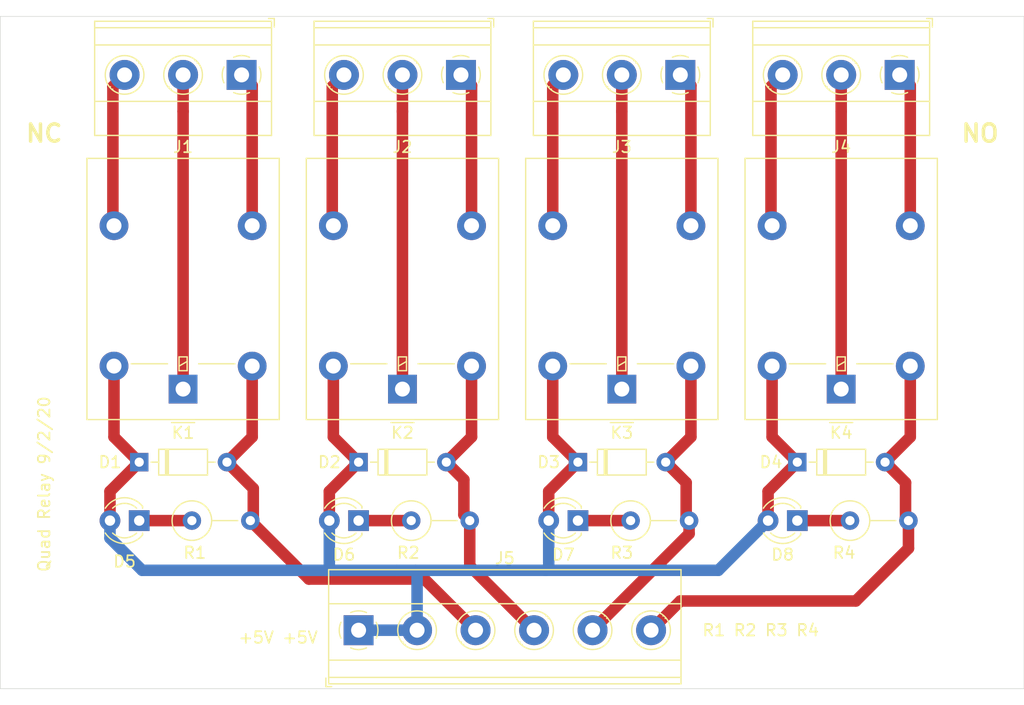
<source format=kicad_pcb>
(kicad_pcb (version 20171130) (host pcbnew "(5.1.6)-1")

  (general
    (thickness 1.6)
    (drawings 9)
    (tracks 93)
    (zones 0)
    (modules 25)
    (nets 22)
  )

  (page A4)
  (layers
    (0 F.Cu signal)
    (31 B.Cu signal)
    (32 B.Adhes user)
    (33 F.Adhes user)
    (34 B.Paste user)
    (35 F.Paste user)
    (36 B.SilkS user)
    (37 F.SilkS user)
    (38 B.Mask user)
    (39 F.Mask user)
    (40 Dwgs.User user)
    (41 Cmts.User user)
    (42 Eco1.User user)
    (43 Eco2.User user)
    (44 Edge.Cuts user)
    (45 Margin user)
    (46 B.CrtYd user)
    (47 F.CrtYd user)
    (48 B.Fab user)
    (49 F.Fab user)
  )

  (setup
    (last_trace_width 0.25)
    (trace_clearance 0.2)
    (zone_clearance 0.508)
    (zone_45_only no)
    (trace_min 0.2)
    (via_size 0.8)
    (via_drill 0.4)
    (via_min_size 0.4)
    (via_min_drill 0.3)
    (uvia_size 0.3)
    (uvia_drill 0.1)
    (uvias_allowed no)
    (uvia_min_size 0.2)
    (uvia_min_drill 0.1)
    (edge_width 0.05)
    (segment_width 0.2)
    (pcb_text_width 0.3)
    (pcb_text_size 1.5 1.5)
    (mod_edge_width 0.12)
    (mod_text_size 1 1)
    (mod_text_width 0.15)
    (pad_size 1.524 1.524)
    (pad_drill 0.762)
    (pad_to_mask_clearance 0.05)
    (aux_axis_origin 0 0)
    (visible_elements 7FFFFFFF)
    (pcbplotparams
      (layerselection 0x010fc_ffffffff)
      (usegerberextensions false)
      (usegerberattributes true)
      (usegerberadvancedattributes true)
      (creategerberjobfile true)
      (excludeedgelayer true)
      (linewidth 0.100000)
      (plotframeref false)
      (viasonmask false)
      (mode 1)
      (useauxorigin false)
      (hpglpennumber 1)
      (hpglpenspeed 20)
      (hpglpendiameter 15.000000)
      (psnegative false)
      (psa4output false)
      (plotreference true)
      (plotvalue true)
      (plotinvisibletext false)
      (padsonsilk false)
      (subtractmaskfromsilk false)
      (outputformat 1)
      (mirror false)
      (drillshape 1)
      (scaleselection 1)
      (outputdirectory ""))
  )

  (net 0 "")
  (net 1 +5V)
  (net 2 G1)
  (net 3 G2)
  (net 4 G3)
  (net 5 G4)
  (net 6 "Net-(D5-Pad1)")
  (net 7 "Net-(D6-Pad1)")
  (net 8 "Net-(D7-Pad1)")
  (net 9 "Net-(D8-Pad1)")
  (net 10 NO1)
  (net 11 W1)
  (net 12 NC1)
  (net 13 NC2)
  (net 14 W2)
  (net 15 NO2)
  (net 16 NC3)
  (net 17 W3)
  (net 18 NO3)
  (net 19 NO4)
  (net 20 W4)
  (net 21 NC4)

  (net_class Default "This is the default net class."
    (clearance 0.2)
    (trace_width 0.25)
    (via_dia 0.8)
    (via_drill 0.4)
    (uvia_dia 0.3)
    (uvia_drill 0.1)
    (add_net +5V)
    (add_net G1)
    (add_net G2)
    (add_net G3)
    (add_net G4)
    (add_net NC1)
    (add_net NC2)
    (add_net NC3)
    (add_net NC4)
    (add_net NO1)
    (add_net NO2)
    (add_net NO3)
    (add_net NO4)
    (add_net "Net-(D5-Pad1)")
    (add_net "Net-(D6-Pad1)")
    (add_net "Net-(D7-Pad1)")
    (add_net "Net-(D8-Pad1)")
    (add_net W1)
    (add_net W2)
    (add_net W3)
    (add_net W4)
  )

  (module MountingHole:MountingHole_3.2mm_M3 (layer F.Cu) (tedit 56D1B4CB) (tstamp 5F535A20)
    (at 57.785 74.93)
    (descr "Mounting Hole 3.2mm, no annular, M3")
    (tags "mounting hole 3.2mm no annular m3")
    (attr virtual)
    (fp_text reference " " (at 0 -4.2) (layer F.SilkS)
      (effects (font (size 1 1) (thickness 0.15)))
    )
    (fp_text value " " (at 0 4.2) (layer F.Fab)
      (effects (font (size 1 1) (thickness 0.15)))
    )
    (fp_text user " " (at 0.3 0) (layer F.Fab)
      (effects (font (size 1 1) (thickness 0.15)))
    )
    (fp_circle (center 0 0) (end 3.2 0) (layer Cmts.User) (width 0.15))
    (fp_circle (center 0 0) (end 3.45 0) (layer F.CrtYd) (width 0.05))
    (pad 1 np_thru_hole circle (at 0 0) (size 3.2 3.2) (drill 3.2) (layers *.Cu *.Mask))
  )

  (module MountingHole:MountingHole_3.2mm_M3 (layer F.Cu) (tedit 56D1B4CB) (tstamp 5F535A03)
    (at 57.785 26.035)
    (descr "Mounting Hole 3.2mm, no annular, M3")
    (tags "mounting hole 3.2mm no annular m3")
    (attr virtual)
    (fp_text reference " " (at 0 -4.2) (layer F.SilkS)
      (effects (font (size 1 1) (thickness 0.15)))
    )
    (fp_text value " " (at 0 4.2) (layer F.Fab)
      (effects (font (size 1 1) (thickness 0.15)))
    )
    (fp_text user " " (at 0.3 0) (layer F.Fab)
      (effects (font (size 1 1) (thickness 0.15)))
    )
    (fp_circle (center 0 0) (end 3.2 0) (layer Cmts.User) (width 0.15))
    (fp_circle (center 0 0) (end 3.45 0) (layer F.CrtYd) (width 0.05))
    (pad 1 np_thru_hole circle (at 0 0) (size 3.2 3.2) (drill 3.2) (layers *.Cu *.Mask))
  )

  (module MountingHole:MountingHole_3.2mm_M3 (layer F.Cu) (tedit 56D1B4CB) (tstamp 5F5359E6)
    (at 139.065 74.93)
    (descr "Mounting Hole 3.2mm, no annular, M3")
    (tags "mounting hole 3.2mm no annular m3")
    (attr virtual)
    (fp_text reference " " (at 0 -4.2) (layer F.SilkS) hide
      (effects (font (size 1 1) (thickness 0.15)))
    )
    (fp_text value " " (at 0 4.2) (layer F.Fab) hide
      (effects (font (size 1 1) (thickness 0.15)))
    )
    (fp_text user " " (at 0.3 0) (layer F.Fab) hide
      (effects (font (size 1 1) (thickness 0.15)))
    )
    (fp_circle (center 0 0) (end 3.2 0) (layer Cmts.User) (width 0.15))
    (fp_circle (center 0 0) (end 3.45 0) (layer F.CrtYd) (width 0.05))
    (pad 1 np_thru_hole circle (at 0 0) (size 3.2 3.2) (drill 3.2) (layers *.Cu *.Mask))
  )

  (module MountingHole:MountingHole_3.2mm_M3 (layer F.Cu) (tedit 56D1B4CB) (tstamp 5F5359C9)
    (at 139.065 26.035)
    (descr "Mounting Hole 3.2mm, no annular, M3")
    (tags "mounting hole 3.2mm no annular m3")
    (attr virtual)
    (fp_text reference " " (at 0 -4.2) (layer F.SilkS) hide
      (effects (font (size 1 1) (thickness 0.15)))
    )
    (fp_text value " " (at 0 4.2) (layer F.Fab) hide
      (effects (font (size 1 1) (thickness 0.15)))
    )
    (fp_text user " " (at 0.3 0) (layer F.Fab) hide
      (effects (font (size 1 1) (thickness 0.15)))
    )
    (fp_circle (center 0 0) (end 3.2 0) (layer Cmts.User) (width 0.15))
    (fp_circle (center 0 0) (end 3.45 0) (layer F.CrtYd) (width 0.05))
    (pad 1 np_thru_hole circle (at 0 0) (size 3.2 3.2) (drill 3.2) (layers *.Cu *.Mask))
  )

  (module TerminalBlock_Phoenix:TerminalBlock_Phoenix_MKDS-1,5-6-5.08_1x06_P5.08mm_Horizontal (layer F.Cu) (tedit 5B294EBE) (tstamp 5F50300A)
    (at 85.09 74.295)
    (descr "Terminal Block Phoenix MKDS-1,5-6-5.08, 6 pins, pitch 5.08mm, size 30.5x9.8mm^2, drill diamater 1.3mm, pad diameter 2.6mm, see http://www.farnell.com/datasheets/100425.pdf, script-generated using https://github.com/pointhi/kicad-footprint-generator/scripts/TerminalBlock_Phoenix")
    (tags "THT Terminal Block Phoenix MKDS-1,5-6-5.08 pitch 5.08mm size 30.5x9.8mm^2 drill 1.3mm pad 2.6mm")
    (path /5F50D336)
    (fp_text reference J5 (at 12.7 -6.26) (layer F.SilkS)
      (effects (font (size 1 1) (thickness 0.15)))
    )
    (fp_text value Conn_01x06 (at 12.7 5.66) (layer F.Fab)
      (effects (font (size 1 1) (thickness 0.15)))
    )
    (fp_text user %R (at 12.7 3.2) (layer F.Fab)
      (effects (font (size 1 1) (thickness 0.15)))
    )
    (fp_arc (start 0 0) (end -0.684 1.535) (angle -25) (layer F.SilkS) (width 0.12))
    (fp_arc (start 0 0) (end -1.535 -0.684) (angle -48) (layer F.SilkS) (width 0.12))
    (fp_arc (start 0 0) (end 0.684 -1.535) (angle -48) (layer F.SilkS) (width 0.12))
    (fp_arc (start 0 0) (end 1.535 0.684) (angle -48) (layer F.SilkS) (width 0.12))
    (fp_arc (start 0 0) (end 0 1.68) (angle -24) (layer F.SilkS) (width 0.12))
    (fp_circle (center 0 0) (end 1.5 0) (layer F.Fab) (width 0.1))
    (fp_circle (center 5.08 0) (end 6.58 0) (layer F.Fab) (width 0.1))
    (fp_circle (center 5.08 0) (end 6.76 0) (layer F.SilkS) (width 0.12))
    (fp_circle (center 10.16 0) (end 11.66 0) (layer F.Fab) (width 0.1))
    (fp_circle (center 10.16 0) (end 11.84 0) (layer F.SilkS) (width 0.12))
    (fp_circle (center 15.24 0) (end 16.74 0) (layer F.Fab) (width 0.1))
    (fp_circle (center 15.24 0) (end 16.92 0) (layer F.SilkS) (width 0.12))
    (fp_circle (center 20.32 0) (end 21.82 0) (layer F.Fab) (width 0.1))
    (fp_circle (center 20.32 0) (end 22 0) (layer F.SilkS) (width 0.12))
    (fp_circle (center 25.4 0) (end 26.9 0) (layer F.Fab) (width 0.1))
    (fp_circle (center 25.4 0) (end 27.08 0) (layer F.SilkS) (width 0.12))
    (fp_line (start -2.54 -5.2) (end 27.94 -5.2) (layer F.Fab) (width 0.1))
    (fp_line (start 27.94 -5.2) (end 27.94 4.6) (layer F.Fab) (width 0.1))
    (fp_line (start 27.94 4.6) (end -2.04 4.6) (layer F.Fab) (width 0.1))
    (fp_line (start -2.04 4.6) (end -2.54 4.1) (layer F.Fab) (width 0.1))
    (fp_line (start -2.54 4.1) (end -2.54 -5.2) (layer F.Fab) (width 0.1))
    (fp_line (start -2.54 4.1) (end 27.94 4.1) (layer F.Fab) (width 0.1))
    (fp_line (start -2.6 4.1) (end 28 4.1) (layer F.SilkS) (width 0.12))
    (fp_line (start -2.54 2.6) (end 27.94 2.6) (layer F.Fab) (width 0.1))
    (fp_line (start -2.6 2.6) (end 28 2.6) (layer F.SilkS) (width 0.12))
    (fp_line (start -2.54 -2.3) (end 27.94 -2.3) (layer F.Fab) (width 0.1))
    (fp_line (start -2.6 -2.301) (end 28 -2.301) (layer F.SilkS) (width 0.12))
    (fp_line (start -2.6 -5.261) (end 28 -5.261) (layer F.SilkS) (width 0.12))
    (fp_line (start -2.6 4.66) (end 28 4.66) (layer F.SilkS) (width 0.12))
    (fp_line (start -2.6 -5.261) (end -2.6 4.66) (layer F.SilkS) (width 0.12))
    (fp_line (start 28 -5.261) (end 28 4.66) (layer F.SilkS) (width 0.12))
    (fp_line (start 1.138 -0.955) (end -0.955 1.138) (layer F.Fab) (width 0.1))
    (fp_line (start 0.955 -1.138) (end -1.138 0.955) (layer F.Fab) (width 0.1))
    (fp_line (start 6.218 -0.955) (end 4.126 1.138) (layer F.Fab) (width 0.1))
    (fp_line (start 6.035 -1.138) (end 3.943 0.955) (layer F.Fab) (width 0.1))
    (fp_line (start 6.355 -1.069) (end 6.308 -1.023) (layer F.SilkS) (width 0.12))
    (fp_line (start 4.046 1.239) (end 4.011 1.274) (layer F.SilkS) (width 0.12))
    (fp_line (start 6.15 -1.275) (end 6.115 -1.239) (layer F.SilkS) (width 0.12))
    (fp_line (start 3.853 1.023) (end 3.806 1.069) (layer F.SilkS) (width 0.12))
    (fp_line (start 11.298 -0.955) (end 9.206 1.138) (layer F.Fab) (width 0.1))
    (fp_line (start 11.115 -1.138) (end 9.023 0.955) (layer F.Fab) (width 0.1))
    (fp_line (start 11.435 -1.069) (end 11.388 -1.023) (layer F.SilkS) (width 0.12))
    (fp_line (start 9.126 1.239) (end 9.091 1.274) (layer F.SilkS) (width 0.12))
    (fp_line (start 11.23 -1.275) (end 11.195 -1.239) (layer F.SilkS) (width 0.12))
    (fp_line (start 8.933 1.023) (end 8.886 1.069) (layer F.SilkS) (width 0.12))
    (fp_line (start 16.378 -0.955) (end 14.286 1.138) (layer F.Fab) (width 0.1))
    (fp_line (start 16.195 -1.138) (end 14.103 0.955) (layer F.Fab) (width 0.1))
    (fp_line (start 16.515 -1.069) (end 16.468 -1.023) (layer F.SilkS) (width 0.12))
    (fp_line (start 14.206 1.239) (end 14.171 1.274) (layer F.SilkS) (width 0.12))
    (fp_line (start 16.31 -1.275) (end 16.275 -1.239) (layer F.SilkS) (width 0.12))
    (fp_line (start 14.013 1.023) (end 13.966 1.069) (layer F.SilkS) (width 0.12))
    (fp_line (start 21.458 -0.955) (end 19.366 1.138) (layer F.Fab) (width 0.1))
    (fp_line (start 21.275 -1.138) (end 19.183 0.955) (layer F.Fab) (width 0.1))
    (fp_line (start 21.595 -1.069) (end 21.548 -1.023) (layer F.SilkS) (width 0.12))
    (fp_line (start 19.286 1.239) (end 19.251 1.274) (layer F.SilkS) (width 0.12))
    (fp_line (start 21.39 -1.275) (end 21.355 -1.239) (layer F.SilkS) (width 0.12))
    (fp_line (start 19.093 1.023) (end 19.046 1.069) (layer F.SilkS) (width 0.12))
    (fp_line (start 26.538 -0.955) (end 24.446 1.138) (layer F.Fab) (width 0.1))
    (fp_line (start 26.355 -1.138) (end 24.263 0.955) (layer F.Fab) (width 0.1))
    (fp_line (start 26.675 -1.069) (end 26.628 -1.023) (layer F.SilkS) (width 0.12))
    (fp_line (start 24.366 1.239) (end 24.331 1.274) (layer F.SilkS) (width 0.12))
    (fp_line (start 26.47 -1.275) (end 26.435 -1.239) (layer F.SilkS) (width 0.12))
    (fp_line (start 24.173 1.023) (end 24.126 1.069) (layer F.SilkS) (width 0.12))
    (fp_line (start -2.84 4.16) (end -2.84 4.9) (layer F.SilkS) (width 0.12))
    (fp_line (start -2.84 4.9) (end -2.34 4.9) (layer F.SilkS) (width 0.12))
    (fp_line (start -3.04 -5.71) (end -3.04 5.1) (layer F.CrtYd) (width 0.05))
    (fp_line (start -3.04 5.1) (end 28.44 5.1) (layer F.CrtYd) (width 0.05))
    (fp_line (start 28.44 5.1) (end 28.44 -5.71) (layer F.CrtYd) (width 0.05))
    (fp_line (start 28.44 -5.71) (end -3.04 -5.71) (layer F.CrtYd) (width 0.05))
    (pad 6 thru_hole circle (at 25.4 0) (size 2.6 2.6) (drill 1.3) (layers *.Cu *.Mask)
      (net 5 G4))
    (pad 5 thru_hole circle (at 20.32 0) (size 2.6 2.6) (drill 1.3) (layers *.Cu *.Mask)
      (net 4 G3))
    (pad 4 thru_hole circle (at 15.24 0) (size 2.6 2.6) (drill 1.3) (layers *.Cu *.Mask)
      (net 3 G2))
    (pad 3 thru_hole circle (at 10.16 0) (size 2.6 2.6) (drill 1.3) (layers *.Cu *.Mask)
      (net 2 G1))
    (pad 2 thru_hole circle (at 5.08 0) (size 2.6 2.6) (drill 1.3) (layers *.Cu *.Mask)
      (net 1 +5V))
    (pad 1 thru_hole rect (at 0 0) (size 2.6 2.6) (drill 1.3) (layers *.Cu *.Mask)
      (net 1 +5V))
    (model ${KISYS3DMOD}/TerminalBlock_Phoenix.3dshapes/TerminalBlock_Phoenix_MKDS-1,5-6-5.08_1x06_P5.08mm_Horizontal.wrl
      (at (xyz 0 0 0))
      (scale (xyz 1 1 1))
      (rotate (xyz 0 0 0))
    )
  )

  (module TerminalBlock_Phoenix:TerminalBlock_Phoenix_MKDS-1,5-3-5.08_1x03_P5.08mm_Horizontal (layer F.Cu) (tedit 5B294EBC) (tstamp 5F503C5A)
    (at 132.08 26.035 180)
    (descr "Terminal Block Phoenix MKDS-1,5-3-5.08, 3 pins, pitch 5.08mm, size 15.2x9.8mm^2, drill diamater 1.3mm, pad diameter 2.6mm, see http://www.farnell.com/datasheets/100425.pdf, script-generated using https://github.com/pointhi/kicad-footprint-generator/scripts/TerminalBlock_Phoenix")
    (tags "THT Terminal Block Phoenix MKDS-1,5-3-5.08 pitch 5.08mm size 15.2x9.8mm^2 drill 1.3mm pad 2.6mm")
    (path /5F50467B)
    (fp_text reference J4 (at 5.08 -6.26) (layer F.SilkS)
      (effects (font (size 1 1) (thickness 0.15)))
    )
    (fp_text value Conn_01x03 (at 5.08 5.66) (layer F.Fab)
      (effects (font (size 1 1) (thickness 0.15)))
    )
    (fp_text user %R (at 5.08 3.2) (layer F.Fab)
      (effects (font (size 1 1) (thickness 0.15)))
    )
    (fp_arc (start 0 0) (end -0.684 1.535) (angle -25) (layer F.SilkS) (width 0.12))
    (fp_arc (start 0 0) (end -1.535 -0.684) (angle -48) (layer F.SilkS) (width 0.12))
    (fp_arc (start 0 0) (end 0.684 -1.535) (angle -48) (layer F.SilkS) (width 0.12))
    (fp_arc (start 0 0) (end 1.535 0.684) (angle -48) (layer F.SilkS) (width 0.12))
    (fp_arc (start 0 0) (end 0 1.68) (angle -24) (layer F.SilkS) (width 0.12))
    (fp_circle (center 0 0) (end 1.5 0) (layer F.Fab) (width 0.1))
    (fp_circle (center 5.08 0) (end 6.58 0) (layer F.Fab) (width 0.1))
    (fp_circle (center 5.08 0) (end 6.76 0) (layer F.SilkS) (width 0.12))
    (fp_circle (center 10.16 0) (end 11.66 0) (layer F.Fab) (width 0.1))
    (fp_circle (center 10.16 0) (end 11.84 0) (layer F.SilkS) (width 0.12))
    (fp_line (start -2.54 -5.2) (end 12.7 -5.2) (layer F.Fab) (width 0.1))
    (fp_line (start 12.7 -5.2) (end 12.7 4.6) (layer F.Fab) (width 0.1))
    (fp_line (start 12.7 4.6) (end -2.04 4.6) (layer F.Fab) (width 0.1))
    (fp_line (start -2.04 4.6) (end -2.54 4.1) (layer F.Fab) (width 0.1))
    (fp_line (start -2.54 4.1) (end -2.54 -5.2) (layer F.Fab) (width 0.1))
    (fp_line (start -2.54 4.1) (end 12.7 4.1) (layer F.Fab) (width 0.1))
    (fp_line (start -2.6 4.1) (end 12.76 4.1) (layer F.SilkS) (width 0.12))
    (fp_line (start -2.54 2.6) (end 12.7 2.6) (layer F.Fab) (width 0.1))
    (fp_line (start -2.6 2.6) (end 12.76 2.6) (layer F.SilkS) (width 0.12))
    (fp_line (start -2.54 -2.3) (end 12.7 -2.3) (layer F.Fab) (width 0.1))
    (fp_line (start -2.6 -2.301) (end 12.76 -2.301) (layer F.SilkS) (width 0.12))
    (fp_line (start -2.6 -5.261) (end 12.76 -5.261) (layer F.SilkS) (width 0.12))
    (fp_line (start -2.6 4.66) (end 12.76 4.66) (layer F.SilkS) (width 0.12))
    (fp_line (start -2.6 -5.261) (end -2.6 4.66) (layer F.SilkS) (width 0.12))
    (fp_line (start 12.76 -5.261) (end 12.76 4.66) (layer F.SilkS) (width 0.12))
    (fp_line (start 1.138 -0.955) (end -0.955 1.138) (layer F.Fab) (width 0.1))
    (fp_line (start 0.955 -1.138) (end -1.138 0.955) (layer F.Fab) (width 0.1))
    (fp_line (start 6.218 -0.955) (end 4.126 1.138) (layer F.Fab) (width 0.1))
    (fp_line (start 6.035 -1.138) (end 3.943 0.955) (layer F.Fab) (width 0.1))
    (fp_line (start 6.355 -1.069) (end 6.308 -1.023) (layer F.SilkS) (width 0.12))
    (fp_line (start 4.046 1.239) (end 4.011 1.274) (layer F.SilkS) (width 0.12))
    (fp_line (start 6.15 -1.275) (end 6.115 -1.239) (layer F.SilkS) (width 0.12))
    (fp_line (start 3.853 1.023) (end 3.806 1.069) (layer F.SilkS) (width 0.12))
    (fp_line (start 11.298 -0.955) (end 9.206 1.138) (layer F.Fab) (width 0.1))
    (fp_line (start 11.115 -1.138) (end 9.023 0.955) (layer F.Fab) (width 0.1))
    (fp_line (start 11.435 -1.069) (end 11.388 -1.023) (layer F.SilkS) (width 0.12))
    (fp_line (start 9.126 1.239) (end 9.091 1.274) (layer F.SilkS) (width 0.12))
    (fp_line (start 11.23 -1.275) (end 11.195 -1.239) (layer F.SilkS) (width 0.12))
    (fp_line (start 8.933 1.023) (end 8.886 1.069) (layer F.SilkS) (width 0.12))
    (fp_line (start -2.84 4.16) (end -2.84 4.9) (layer F.SilkS) (width 0.12))
    (fp_line (start -2.84 4.9) (end -2.34 4.9) (layer F.SilkS) (width 0.12))
    (fp_line (start -3.04 -5.71) (end -3.04 5.1) (layer F.CrtYd) (width 0.05))
    (fp_line (start -3.04 5.1) (end 13.21 5.1) (layer F.CrtYd) (width 0.05))
    (fp_line (start 13.21 5.1) (end 13.21 -5.71) (layer F.CrtYd) (width 0.05))
    (fp_line (start 13.21 -5.71) (end -3.04 -5.71) (layer F.CrtYd) (width 0.05))
    (pad 3 thru_hole circle (at 10.16 0 180) (size 2.6 2.6) (drill 1.3) (layers *.Cu *.Mask)
      (net 21 NC4))
    (pad 2 thru_hole circle (at 5.08 0 180) (size 2.6 2.6) (drill 1.3) (layers *.Cu *.Mask)
      (net 20 W4))
    (pad 1 thru_hole rect (at 0 0 180) (size 2.6 2.6) (drill 1.3) (layers *.Cu *.Mask)
      (net 19 NO4))
    (model ${KISYS3DMOD}/TerminalBlock_Phoenix.3dshapes/TerminalBlock_Phoenix_MKDS-1,5-3-5.08_1x03_P5.08mm_Horizontal.wrl
      (at (xyz 0 0 0))
      (scale (xyz 1 1 1))
      (rotate (xyz 0 0 0))
    )
  )

  (module TerminalBlock_Phoenix:TerminalBlock_Phoenix_MKDS-1,5-3-5.08_1x03_P5.08mm_Horizontal (layer F.Cu) (tedit 5B294EBC) (tstamp 5F503C9C)
    (at 113.03 26.035 180)
    (descr "Terminal Block Phoenix MKDS-1,5-3-5.08, 3 pins, pitch 5.08mm, size 15.2x9.8mm^2, drill diamater 1.3mm, pad diameter 2.6mm, see http://www.farnell.com/datasheets/100425.pdf, script-generated using https://github.com/pointhi/kicad-footprint-generator/scripts/TerminalBlock_Phoenix")
    (tags "THT Terminal Block Phoenix MKDS-1,5-3-5.08 pitch 5.08mm size 15.2x9.8mm^2 drill 1.3mm pad 2.6mm")
    (path /5F502F3A)
    (fp_text reference J3 (at 5.08 -6.26) (layer F.SilkS)
      (effects (font (size 1 1) (thickness 0.15)))
    )
    (fp_text value Conn_01x03 (at 5.08 5.66) (layer F.Fab)
      (effects (font (size 1 1) (thickness 0.15)))
    )
    (fp_text user %R (at 5.08 3.2) (layer F.Fab)
      (effects (font (size 1 1) (thickness 0.15)))
    )
    (fp_arc (start 0 0) (end -0.684 1.535) (angle -25) (layer F.SilkS) (width 0.12))
    (fp_arc (start 0 0) (end -1.535 -0.684) (angle -48) (layer F.SilkS) (width 0.12))
    (fp_arc (start 0 0) (end 0.684 -1.535) (angle -48) (layer F.SilkS) (width 0.12))
    (fp_arc (start 0 0) (end 1.535 0.684) (angle -48) (layer F.SilkS) (width 0.12))
    (fp_arc (start 0 0) (end 0 1.68) (angle -24) (layer F.SilkS) (width 0.12))
    (fp_circle (center 0 0) (end 1.5 0) (layer F.Fab) (width 0.1))
    (fp_circle (center 5.08 0) (end 6.58 0) (layer F.Fab) (width 0.1))
    (fp_circle (center 5.08 0) (end 6.76 0) (layer F.SilkS) (width 0.12))
    (fp_circle (center 10.16 0) (end 11.66 0) (layer F.Fab) (width 0.1))
    (fp_circle (center 10.16 0) (end 11.84 0) (layer F.SilkS) (width 0.12))
    (fp_line (start -2.54 -5.2) (end 12.7 -5.2) (layer F.Fab) (width 0.1))
    (fp_line (start 12.7 -5.2) (end 12.7 4.6) (layer F.Fab) (width 0.1))
    (fp_line (start 12.7 4.6) (end -2.04 4.6) (layer F.Fab) (width 0.1))
    (fp_line (start -2.04 4.6) (end -2.54 4.1) (layer F.Fab) (width 0.1))
    (fp_line (start -2.54 4.1) (end -2.54 -5.2) (layer F.Fab) (width 0.1))
    (fp_line (start -2.54 4.1) (end 12.7 4.1) (layer F.Fab) (width 0.1))
    (fp_line (start -2.6 4.1) (end 12.76 4.1) (layer F.SilkS) (width 0.12))
    (fp_line (start -2.54 2.6) (end 12.7 2.6) (layer F.Fab) (width 0.1))
    (fp_line (start -2.6 2.6) (end 12.76 2.6) (layer F.SilkS) (width 0.12))
    (fp_line (start -2.54 -2.3) (end 12.7 -2.3) (layer F.Fab) (width 0.1))
    (fp_line (start -2.6 -2.301) (end 12.76 -2.301) (layer F.SilkS) (width 0.12))
    (fp_line (start -2.6 -5.261) (end 12.76 -5.261) (layer F.SilkS) (width 0.12))
    (fp_line (start -2.6 4.66) (end 12.76 4.66) (layer F.SilkS) (width 0.12))
    (fp_line (start -2.6 -5.261) (end -2.6 4.66) (layer F.SilkS) (width 0.12))
    (fp_line (start 12.76 -5.261) (end 12.76 4.66) (layer F.SilkS) (width 0.12))
    (fp_line (start 1.138 -0.955) (end -0.955 1.138) (layer F.Fab) (width 0.1))
    (fp_line (start 0.955 -1.138) (end -1.138 0.955) (layer F.Fab) (width 0.1))
    (fp_line (start 6.218 -0.955) (end 4.126 1.138) (layer F.Fab) (width 0.1))
    (fp_line (start 6.035 -1.138) (end 3.943 0.955) (layer F.Fab) (width 0.1))
    (fp_line (start 6.355 -1.069) (end 6.308 -1.023) (layer F.SilkS) (width 0.12))
    (fp_line (start 4.046 1.239) (end 4.011 1.274) (layer F.SilkS) (width 0.12))
    (fp_line (start 6.15 -1.275) (end 6.115 -1.239) (layer F.SilkS) (width 0.12))
    (fp_line (start 3.853 1.023) (end 3.806 1.069) (layer F.SilkS) (width 0.12))
    (fp_line (start 11.298 -0.955) (end 9.206 1.138) (layer F.Fab) (width 0.1))
    (fp_line (start 11.115 -1.138) (end 9.023 0.955) (layer F.Fab) (width 0.1))
    (fp_line (start 11.435 -1.069) (end 11.388 -1.023) (layer F.SilkS) (width 0.12))
    (fp_line (start 9.126 1.239) (end 9.091 1.274) (layer F.SilkS) (width 0.12))
    (fp_line (start 11.23 -1.275) (end 11.195 -1.239) (layer F.SilkS) (width 0.12))
    (fp_line (start 8.933 1.023) (end 8.886 1.069) (layer F.SilkS) (width 0.12))
    (fp_line (start -2.84 4.16) (end -2.84 4.9) (layer F.SilkS) (width 0.12))
    (fp_line (start -2.84 4.9) (end -2.34 4.9) (layer F.SilkS) (width 0.12))
    (fp_line (start -3.04 -5.71) (end -3.04 5.1) (layer F.CrtYd) (width 0.05))
    (fp_line (start -3.04 5.1) (end 13.21 5.1) (layer F.CrtYd) (width 0.05))
    (fp_line (start 13.21 5.1) (end 13.21 -5.71) (layer F.CrtYd) (width 0.05))
    (fp_line (start 13.21 -5.71) (end -3.04 -5.71) (layer F.CrtYd) (width 0.05))
    (pad 3 thru_hole circle (at 10.16 0 180) (size 2.6 2.6) (drill 1.3) (layers *.Cu *.Mask)
      (net 16 NC3))
    (pad 2 thru_hole circle (at 5.08 0 180) (size 2.6 2.6) (drill 1.3) (layers *.Cu *.Mask)
      (net 17 W3))
    (pad 1 thru_hole rect (at 0 0 180) (size 2.6 2.6) (drill 1.3) (layers *.Cu *.Mask)
      (net 18 NO3))
    (model ${KISYS3DMOD}/TerminalBlock_Phoenix.3dshapes/TerminalBlock_Phoenix_MKDS-1,5-3-5.08_1x03_P5.08mm_Horizontal.wrl
      (at (xyz 0 0 0))
      (scale (xyz 1 1 1))
      (rotate (xyz 0 0 0))
    )
  )

  (module TerminalBlock_Phoenix:TerminalBlock_Phoenix_MKDS-1,5-3-5.08_1x03_P5.08mm_Horizontal (layer F.Cu) (tedit 5B294EBC) (tstamp 5F503B52)
    (at 93.98 26.035 180)
    (descr "Terminal Block Phoenix MKDS-1,5-3-5.08, 3 pins, pitch 5.08mm, size 15.2x9.8mm^2, drill diamater 1.3mm, pad diameter 2.6mm, see http://www.farnell.com/datasheets/100425.pdf, script-generated using https://github.com/pointhi/kicad-footprint-generator/scripts/TerminalBlock_Phoenix")
    (tags "THT Terminal Block Phoenix MKDS-1,5-3-5.08 pitch 5.08mm size 15.2x9.8mm^2 drill 1.3mm pad 2.6mm")
    (path /5F5019A9)
    (fp_text reference J2 (at 5.08 -6.26) (layer F.SilkS)
      (effects (font (size 1 1) (thickness 0.15)))
    )
    (fp_text value Conn_01x03 (at 5.08 5.66) (layer F.Fab)
      (effects (font (size 1 1) (thickness 0.15)))
    )
    (fp_text user %R (at 5.08 3.2) (layer F.Fab)
      (effects (font (size 1 1) (thickness 0.15)))
    )
    (fp_arc (start 0 0) (end -0.684 1.535) (angle -25) (layer F.SilkS) (width 0.12))
    (fp_arc (start 0 0) (end -1.535 -0.684) (angle -48) (layer F.SilkS) (width 0.12))
    (fp_arc (start 0 0) (end 0.684 -1.535) (angle -48) (layer F.SilkS) (width 0.12))
    (fp_arc (start 0 0) (end 1.535 0.684) (angle -48) (layer F.SilkS) (width 0.12))
    (fp_arc (start 0 0) (end 0 1.68) (angle -24) (layer F.SilkS) (width 0.12))
    (fp_circle (center 0 0) (end 1.5 0) (layer F.Fab) (width 0.1))
    (fp_circle (center 5.08 0) (end 6.58 0) (layer F.Fab) (width 0.1))
    (fp_circle (center 5.08 0) (end 6.76 0) (layer F.SilkS) (width 0.12))
    (fp_circle (center 10.16 0) (end 11.66 0) (layer F.Fab) (width 0.1))
    (fp_circle (center 10.16 0) (end 11.84 0) (layer F.SilkS) (width 0.12))
    (fp_line (start -2.54 -5.2) (end 12.7 -5.2) (layer F.Fab) (width 0.1))
    (fp_line (start 12.7 -5.2) (end 12.7 4.6) (layer F.Fab) (width 0.1))
    (fp_line (start 12.7 4.6) (end -2.04 4.6) (layer F.Fab) (width 0.1))
    (fp_line (start -2.04 4.6) (end -2.54 4.1) (layer F.Fab) (width 0.1))
    (fp_line (start -2.54 4.1) (end -2.54 -5.2) (layer F.Fab) (width 0.1))
    (fp_line (start -2.54 4.1) (end 12.7 4.1) (layer F.Fab) (width 0.1))
    (fp_line (start -2.6 4.1) (end 12.76 4.1) (layer F.SilkS) (width 0.12))
    (fp_line (start -2.54 2.6) (end 12.7 2.6) (layer F.Fab) (width 0.1))
    (fp_line (start -2.6 2.6) (end 12.76 2.6) (layer F.SilkS) (width 0.12))
    (fp_line (start -2.54 -2.3) (end 12.7 -2.3) (layer F.Fab) (width 0.1))
    (fp_line (start -2.6 -2.301) (end 12.76 -2.301) (layer F.SilkS) (width 0.12))
    (fp_line (start -2.6 -5.261) (end 12.76 -5.261) (layer F.SilkS) (width 0.12))
    (fp_line (start -2.6 4.66) (end 12.76 4.66) (layer F.SilkS) (width 0.12))
    (fp_line (start -2.6 -5.261) (end -2.6 4.66) (layer F.SilkS) (width 0.12))
    (fp_line (start 12.76 -5.261) (end 12.76 4.66) (layer F.SilkS) (width 0.12))
    (fp_line (start 1.138 -0.955) (end -0.955 1.138) (layer F.Fab) (width 0.1))
    (fp_line (start 0.955 -1.138) (end -1.138 0.955) (layer F.Fab) (width 0.1))
    (fp_line (start 6.218 -0.955) (end 4.126 1.138) (layer F.Fab) (width 0.1))
    (fp_line (start 6.035 -1.138) (end 3.943 0.955) (layer F.Fab) (width 0.1))
    (fp_line (start 6.355 -1.069) (end 6.308 -1.023) (layer F.SilkS) (width 0.12))
    (fp_line (start 4.046 1.239) (end 4.011 1.274) (layer F.SilkS) (width 0.12))
    (fp_line (start 6.15 -1.275) (end 6.115 -1.239) (layer F.SilkS) (width 0.12))
    (fp_line (start 3.853 1.023) (end 3.806 1.069) (layer F.SilkS) (width 0.12))
    (fp_line (start 11.298 -0.955) (end 9.206 1.138) (layer F.Fab) (width 0.1))
    (fp_line (start 11.115 -1.138) (end 9.023 0.955) (layer F.Fab) (width 0.1))
    (fp_line (start 11.435 -1.069) (end 11.388 -1.023) (layer F.SilkS) (width 0.12))
    (fp_line (start 9.126 1.239) (end 9.091 1.274) (layer F.SilkS) (width 0.12))
    (fp_line (start 11.23 -1.275) (end 11.195 -1.239) (layer F.SilkS) (width 0.12))
    (fp_line (start 8.933 1.023) (end 8.886 1.069) (layer F.SilkS) (width 0.12))
    (fp_line (start -2.84 4.16) (end -2.84 4.9) (layer F.SilkS) (width 0.12))
    (fp_line (start -2.84 4.9) (end -2.34 4.9) (layer F.SilkS) (width 0.12))
    (fp_line (start -3.04 -5.71) (end -3.04 5.1) (layer F.CrtYd) (width 0.05))
    (fp_line (start -3.04 5.1) (end 13.21 5.1) (layer F.CrtYd) (width 0.05))
    (fp_line (start 13.21 5.1) (end 13.21 -5.71) (layer F.CrtYd) (width 0.05))
    (fp_line (start 13.21 -5.71) (end -3.04 -5.71) (layer F.CrtYd) (width 0.05))
    (pad 3 thru_hole circle (at 10.16 0 180) (size 2.6 2.6) (drill 1.3) (layers *.Cu *.Mask)
      (net 13 NC2))
    (pad 2 thru_hole circle (at 5.08 0 180) (size 2.6 2.6) (drill 1.3) (layers *.Cu *.Mask)
      (net 14 W2))
    (pad 1 thru_hole rect (at 0 0 180) (size 2.6 2.6) (drill 1.3) (layers *.Cu *.Mask)
      (net 15 NO2))
    (model ${KISYS3DMOD}/TerminalBlock_Phoenix.3dshapes/TerminalBlock_Phoenix_MKDS-1,5-3-5.08_1x03_P5.08mm_Horizontal.wrl
      (at (xyz 0 0 0))
      (scale (xyz 1 1 1))
      (rotate (xyz 0 0 0))
    )
  )

  (module TerminalBlock_Phoenix:TerminalBlock_Phoenix_MKDS-1,5-3-5.08_1x03_P5.08mm_Horizontal (layer F.Cu) (tedit 5B294EBC) (tstamp 5F502FAB)
    (at 74.93 26.035 180)
    (descr "Terminal Block Phoenix MKDS-1,5-3-5.08, 3 pins, pitch 5.08mm, size 15.2x9.8mm^2, drill diamater 1.3mm, pad diameter 2.6mm, see http://www.farnell.com/datasheets/100425.pdf, script-generated using https://github.com/pointhi/kicad-footprint-generator/scripts/TerminalBlock_Phoenix")
    (tags "THT Terminal Block Phoenix MKDS-1,5-3-5.08 pitch 5.08mm size 15.2x9.8mm^2 drill 1.3mm pad 2.6mm")
    (path /5F46E0C7)
    (fp_text reference J1 (at 5.08 -6.26) (layer F.SilkS)
      (effects (font (size 1 1) (thickness 0.15)))
    )
    (fp_text value Conn_01x03 (at 5.08 5.66) (layer F.Fab)
      (effects (font (size 1 1) (thickness 0.15)))
    )
    (fp_text user %R (at 5.08 3.2) (layer F.Fab)
      (effects (font (size 1 1) (thickness 0.15)))
    )
    (fp_arc (start 0 0) (end -0.684 1.535) (angle -25) (layer F.SilkS) (width 0.12))
    (fp_arc (start 0 0) (end -1.535 -0.684) (angle -48) (layer F.SilkS) (width 0.12))
    (fp_arc (start 0 0) (end 0.684 -1.535) (angle -48) (layer F.SilkS) (width 0.12))
    (fp_arc (start 0 0) (end 1.535 0.684) (angle -48) (layer F.SilkS) (width 0.12))
    (fp_arc (start 0 0) (end 0 1.68) (angle -24) (layer F.SilkS) (width 0.12))
    (fp_circle (center 0 0) (end 1.5 0) (layer F.Fab) (width 0.1))
    (fp_circle (center 5.08 0) (end 6.58 0) (layer F.Fab) (width 0.1))
    (fp_circle (center 5.08 0) (end 6.76 0) (layer F.SilkS) (width 0.12))
    (fp_circle (center 10.16 0) (end 11.66 0) (layer F.Fab) (width 0.1))
    (fp_circle (center 10.16 0) (end 11.84 0) (layer F.SilkS) (width 0.12))
    (fp_line (start -2.54 -5.2) (end 12.7 -5.2) (layer F.Fab) (width 0.1))
    (fp_line (start 12.7 -5.2) (end 12.7 4.6) (layer F.Fab) (width 0.1))
    (fp_line (start 12.7 4.6) (end -2.04 4.6) (layer F.Fab) (width 0.1))
    (fp_line (start -2.04 4.6) (end -2.54 4.1) (layer F.Fab) (width 0.1))
    (fp_line (start -2.54 4.1) (end -2.54 -5.2) (layer F.Fab) (width 0.1))
    (fp_line (start -2.54 4.1) (end 12.7 4.1) (layer F.Fab) (width 0.1))
    (fp_line (start -2.6 4.1) (end 12.76 4.1) (layer F.SilkS) (width 0.12))
    (fp_line (start -2.54 2.6) (end 12.7 2.6) (layer F.Fab) (width 0.1))
    (fp_line (start -2.6 2.6) (end 12.76 2.6) (layer F.SilkS) (width 0.12))
    (fp_line (start -2.54 -2.3) (end 12.7 -2.3) (layer F.Fab) (width 0.1))
    (fp_line (start -2.6 -2.301) (end 12.76 -2.301) (layer F.SilkS) (width 0.12))
    (fp_line (start -2.6 -5.261) (end 12.76 -5.261) (layer F.SilkS) (width 0.12))
    (fp_line (start -2.6 4.66) (end 12.76 4.66) (layer F.SilkS) (width 0.12))
    (fp_line (start -2.6 -5.261) (end -2.6 4.66) (layer F.SilkS) (width 0.12))
    (fp_line (start 12.76 -5.261) (end 12.76 4.66) (layer F.SilkS) (width 0.12))
    (fp_line (start 1.138 -0.955) (end -0.955 1.138) (layer F.Fab) (width 0.1))
    (fp_line (start 0.955 -1.138) (end -1.138 0.955) (layer F.Fab) (width 0.1))
    (fp_line (start 6.218 -0.955) (end 4.126 1.138) (layer F.Fab) (width 0.1))
    (fp_line (start 6.035 -1.138) (end 3.943 0.955) (layer F.Fab) (width 0.1))
    (fp_line (start 6.355 -1.069) (end 6.308 -1.023) (layer F.SilkS) (width 0.12))
    (fp_line (start 4.046 1.239) (end 4.011 1.274) (layer F.SilkS) (width 0.12))
    (fp_line (start 6.15 -1.275) (end 6.115 -1.239) (layer F.SilkS) (width 0.12))
    (fp_line (start 3.853 1.023) (end 3.806 1.069) (layer F.SilkS) (width 0.12))
    (fp_line (start 11.298 -0.955) (end 9.206 1.138) (layer F.Fab) (width 0.1))
    (fp_line (start 11.115 -1.138) (end 9.023 0.955) (layer F.Fab) (width 0.1))
    (fp_line (start 11.435 -1.069) (end 11.388 -1.023) (layer F.SilkS) (width 0.12))
    (fp_line (start 9.126 1.239) (end 9.091 1.274) (layer F.SilkS) (width 0.12))
    (fp_line (start 11.23 -1.275) (end 11.195 -1.239) (layer F.SilkS) (width 0.12))
    (fp_line (start 8.933 1.023) (end 8.886 1.069) (layer F.SilkS) (width 0.12))
    (fp_line (start -2.84 4.16) (end -2.84 4.9) (layer F.SilkS) (width 0.12))
    (fp_line (start -2.84 4.9) (end -2.34 4.9) (layer F.SilkS) (width 0.12))
    (fp_line (start -3.04 -5.71) (end -3.04 5.1) (layer F.CrtYd) (width 0.05))
    (fp_line (start -3.04 5.1) (end 13.21 5.1) (layer F.CrtYd) (width 0.05))
    (fp_line (start 13.21 5.1) (end 13.21 -5.71) (layer F.CrtYd) (width 0.05))
    (fp_line (start 13.21 -5.71) (end -3.04 -5.71) (layer F.CrtYd) (width 0.05))
    (pad 3 thru_hole circle (at 10.16 0 180) (size 2.6 2.6) (drill 1.3) (layers *.Cu *.Mask)
      (net 12 NC1))
    (pad 2 thru_hole circle (at 5.08 0 180) (size 2.6 2.6) (drill 1.3) (layers *.Cu *.Mask)
      (net 11 W1))
    (pad 1 thru_hole rect (at 0 0 180) (size 2.6 2.6) (drill 1.3) (layers *.Cu *.Mask)
      (net 10 NO1))
    (model ${KISYS3DMOD}/TerminalBlock_Phoenix.3dshapes/TerminalBlock_Phoenix_MKDS-1,5-3-5.08_1x03_P5.08mm_Horizontal.wrl
      (at (xyz 0 0 0))
      (scale (xyz 1 1 1))
      (rotate (xyz 0 0 0))
    )
  )

  (module Diode_THT:D_DO-35_SOD27_P7.62mm_Horizontal (layer F.Cu) (tedit 5AE50CD5) (tstamp 5F502EEB)
    (at 66.04 59.69)
    (descr "Diode, DO-35_SOD27 series, Axial, Horizontal, pin pitch=7.62mm, , length*diameter=4*2mm^2, , http://www.diodes.com/_files/packages/DO-35.pdf")
    (tags "Diode DO-35_SOD27 series Axial Horizontal pin pitch 7.62mm  length 4mm diameter 2mm")
    (path /5F5063A9)
    (fp_text reference D1 (at -2.54 0) (layer F.SilkS)
      (effects (font (size 1 1) (thickness 0.15)))
    )
    (fp_text value 1N4148 (at 3.81 2.12) (layer F.Fab)
      (effects (font (size 1 1) (thickness 0.15)))
    )
    (fp_line (start 8.67 -1.25) (end -1.05 -1.25) (layer F.CrtYd) (width 0.05))
    (fp_line (start 8.67 1.25) (end 8.67 -1.25) (layer F.CrtYd) (width 0.05))
    (fp_line (start -1.05 1.25) (end 8.67 1.25) (layer F.CrtYd) (width 0.05))
    (fp_line (start -1.05 -1.25) (end -1.05 1.25) (layer F.CrtYd) (width 0.05))
    (fp_line (start 2.29 -1.12) (end 2.29 1.12) (layer F.SilkS) (width 0.12))
    (fp_line (start 2.53 -1.12) (end 2.53 1.12) (layer F.SilkS) (width 0.12))
    (fp_line (start 2.41 -1.12) (end 2.41 1.12) (layer F.SilkS) (width 0.12))
    (fp_line (start 6.58 0) (end 5.93 0) (layer F.SilkS) (width 0.12))
    (fp_line (start 1.04 0) (end 1.69 0) (layer F.SilkS) (width 0.12))
    (fp_line (start 5.93 -1.12) (end 1.69 -1.12) (layer F.SilkS) (width 0.12))
    (fp_line (start 5.93 1.12) (end 5.93 -1.12) (layer F.SilkS) (width 0.12))
    (fp_line (start 1.69 1.12) (end 5.93 1.12) (layer F.SilkS) (width 0.12))
    (fp_line (start 1.69 -1.12) (end 1.69 1.12) (layer F.SilkS) (width 0.12))
    (fp_line (start 2.31 -1) (end 2.31 1) (layer F.Fab) (width 0.1))
    (fp_line (start 2.51 -1) (end 2.51 1) (layer F.Fab) (width 0.1))
    (fp_line (start 2.41 -1) (end 2.41 1) (layer F.Fab) (width 0.1))
    (fp_line (start 7.62 0) (end 5.81 0) (layer F.Fab) (width 0.1))
    (fp_line (start 0 0) (end 1.81 0) (layer F.Fab) (width 0.1))
    (fp_line (start 5.81 -1) (end 1.81 -1) (layer F.Fab) (width 0.1))
    (fp_line (start 5.81 1) (end 5.81 -1) (layer F.Fab) (width 0.1))
    (fp_line (start 1.81 1) (end 5.81 1) (layer F.Fab) (width 0.1))
    (fp_line (start 1.81 -1) (end 1.81 1) (layer F.Fab) (width 0.1))
    (fp_text user %R (at 4.11 0) (layer F.Fab)
      (effects (font (size 0.8 0.8) (thickness 0.12)))
    )
    (pad 1 thru_hole rect (at 0 0) (size 1.6 1.6) (drill 0.8) (layers *.Cu *.Mask)
      (net 1 +5V))
    (pad 2 thru_hole oval (at 7.62 0) (size 1.6 1.6) (drill 0.8) (layers *.Cu *.Mask)
      (net 2 G1))
    (model ${KISYS3DMOD}/Diode_THT.3dshapes/D_DO-35_SOD27_P7.62mm_Horizontal.wrl
      (at (xyz 0 0 0))
      (scale (xyz 1 1 1))
      (rotate (xyz 0 0 0))
    )
  )

  (module Diode_THT:D_DO-35_SOD27_P7.62mm_Horizontal (layer F.Cu) (tedit 5AE50CD5) (tstamp 5F502F0A)
    (at 85.09 59.69)
    (descr "Diode, DO-35_SOD27 series, Axial, Horizontal, pin pitch=7.62mm, , length*diameter=4*2mm^2, , http://www.diodes.com/_files/packages/DO-35.pdf")
    (tags "Diode DO-35_SOD27 series Axial Horizontal pin pitch 7.62mm  length 4mm diameter 2mm")
    (path /5F51C467)
    (fp_text reference D2 (at -2.54 0) (layer F.SilkS)
      (effects (font (size 1 1) (thickness 0.15)))
    )
    (fp_text value 1N4148 (at 3.81 2.12) (layer F.Fab)
      (effects (font (size 1 1) (thickness 0.15)))
    )
    (fp_line (start 1.81 -1) (end 1.81 1) (layer F.Fab) (width 0.1))
    (fp_line (start 1.81 1) (end 5.81 1) (layer F.Fab) (width 0.1))
    (fp_line (start 5.81 1) (end 5.81 -1) (layer F.Fab) (width 0.1))
    (fp_line (start 5.81 -1) (end 1.81 -1) (layer F.Fab) (width 0.1))
    (fp_line (start 0 0) (end 1.81 0) (layer F.Fab) (width 0.1))
    (fp_line (start 7.62 0) (end 5.81 0) (layer F.Fab) (width 0.1))
    (fp_line (start 2.41 -1) (end 2.41 1) (layer F.Fab) (width 0.1))
    (fp_line (start 2.51 -1) (end 2.51 1) (layer F.Fab) (width 0.1))
    (fp_line (start 2.31 -1) (end 2.31 1) (layer F.Fab) (width 0.1))
    (fp_line (start 1.69 -1.12) (end 1.69 1.12) (layer F.SilkS) (width 0.12))
    (fp_line (start 1.69 1.12) (end 5.93 1.12) (layer F.SilkS) (width 0.12))
    (fp_line (start 5.93 1.12) (end 5.93 -1.12) (layer F.SilkS) (width 0.12))
    (fp_line (start 5.93 -1.12) (end 1.69 -1.12) (layer F.SilkS) (width 0.12))
    (fp_line (start 1.04 0) (end 1.69 0) (layer F.SilkS) (width 0.12))
    (fp_line (start 6.58 0) (end 5.93 0) (layer F.SilkS) (width 0.12))
    (fp_line (start 2.41 -1.12) (end 2.41 1.12) (layer F.SilkS) (width 0.12))
    (fp_line (start 2.53 -1.12) (end 2.53 1.12) (layer F.SilkS) (width 0.12))
    (fp_line (start 2.29 -1.12) (end 2.29 1.12) (layer F.SilkS) (width 0.12))
    (fp_line (start -1.05 -1.25) (end -1.05 1.25) (layer F.CrtYd) (width 0.05))
    (fp_line (start -1.05 1.25) (end 8.67 1.25) (layer F.CrtYd) (width 0.05))
    (fp_line (start 8.67 1.25) (end 8.67 -1.25) (layer F.CrtYd) (width 0.05))
    (fp_line (start 8.67 -1.25) (end -1.05 -1.25) (layer F.CrtYd) (width 0.05))
    (fp_text user %R (at 4.11 0) (layer F.Fab)
      (effects (font (size 0.8 0.8) (thickness 0.12)))
    )
    (pad 2 thru_hole oval (at 7.62 0) (size 1.6 1.6) (drill 0.8) (layers *.Cu *.Mask)
      (net 3 G2))
    (pad 1 thru_hole rect (at 0 0) (size 1.6 1.6) (drill 0.8) (layers *.Cu *.Mask)
      (net 1 +5V))
    (model ${KISYS3DMOD}/Diode_THT.3dshapes/D_DO-35_SOD27_P7.62mm_Horizontal.wrl
      (at (xyz 0 0 0))
      (scale (xyz 1 1 1))
      (rotate (xyz 0 0 0))
    )
  )

  (module Diode_THT:D_DO-35_SOD27_P7.62mm_Horizontal (layer F.Cu) (tedit 5AE50CD5) (tstamp 5F502F29)
    (at 104.14 59.69)
    (descr "Diode, DO-35_SOD27 series, Axial, Horizontal, pin pitch=7.62mm, , length*diameter=4*2mm^2, , http://www.diodes.com/_files/packages/DO-35.pdf")
    (tags "Diode DO-35_SOD27 series Axial Horizontal pin pitch 7.62mm  length 4mm diameter 2mm")
    (path /5F51D333)
    (fp_text reference D3 (at -2.54 0) (layer F.SilkS)
      (effects (font (size 1 1) (thickness 0.15)))
    )
    (fp_text value 1N4148 (at 3.81 2.12) (layer F.Fab)
      (effects (font (size 1 1) (thickness 0.15)))
    )
    (fp_line (start 8.67 -1.25) (end -1.05 -1.25) (layer F.CrtYd) (width 0.05))
    (fp_line (start 8.67 1.25) (end 8.67 -1.25) (layer F.CrtYd) (width 0.05))
    (fp_line (start -1.05 1.25) (end 8.67 1.25) (layer F.CrtYd) (width 0.05))
    (fp_line (start -1.05 -1.25) (end -1.05 1.25) (layer F.CrtYd) (width 0.05))
    (fp_line (start 2.29 -1.12) (end 2.29 1.12) (layer F.SilkS) (width 0.12))
    (fp_line (start 2.53 -1.12) (end 2.53 1.12) (layer F.SilkS) (width 0.12))
    (fp_line (start 2.41 -1.12) (end 2.41 1.12) (layer F.SilkS) (width 0.12))
    (fp_line (start 6.58 0) (end 5.93 0) (layer F.SilkS) (width 0.12))
    (fp_line (start 1.04 0) (end 1.69 0) (layer F.SilkS) (width 0.12))
    (fp_line (start 5.93 -1.12) (end 1.69 -1.12) (layer F.SilkS) (width 0.12))
    (fp_line (start 5.93 1.12) (end 5.93 -1.12) (layer F.SilkS) (width 0.12))
    (fp_line (start 1.69 1.12) (end 5.93 1.12) (layer F.SilkS) (width 0.12))
    (fp_line (start 1.69 -1.12) (end 1.69 1.12) (layer F.SilkS) (width 0.12))
    (fp_line (start 2.31 -1) (end 2.31 1) (layer F.Fab) (width 0.1))
    (fp_line (start 2.51 -1) (end 2.51 1) (layer F.Fab) (width 0.1))
    (fp_line (start 2.41 -1) (end 2.41 1) (layer F.Fab) (width 0.1))
    (fp_line (start 7.62 0) (end 5.81 0) (layer F.Fab) (width 0.1))
    (fp_line (start 0 0) (end 1.81 0) (layer F.Fab) (width 0.1))
    (fp_line (start 5.81 -1) (end 1.81 -1) (layer F.Fab) (width 0.1))
    (fp_line (start 5.81 1) (end 5.81 -1) (layer F.Fab) (width 0.1))
    (fp_line (start 1.81 1) (end 5.81 1) (layer F.Fab) (width 0.1))
    (fp_line (start 1.81 -1) (end 1.81 1) (layer F.Fab) (width 0.1))
    (fp_text user %R (at 4.11 0) (layer F.Fab)
      (effects (font (size 0.8 0.8) (thickness 0.12)))
    )
    (pad 1 thru_hole rect (at 0 0) (size 1.6 1.6) (drill 0.8) (layers *.Cu *.Mask)
      (net 1 +5V))
    (pad 2 thru_hole oval (at 7.62 0) (size 1.6 1.6) (drill 0.8) (layers *.Cu *.Mask)
      (net 4 G3))
    (model ${KISYS3DMOD}/Diode_THT.3dshapes/D_DO-35_SOD27_P7.62mm_Horizontal.wrl
      (at (xyz 0 0 0))
      (scale (xyz 1 1 1))
      (rotate (xyz 0 0 0))
    )
  )

  (module Diode_THT:D_DO-35_SOD27_P7.62mm_Horizontal (layer F.Cu) (tedit 5AE50CD5) (tstamp 5F502F48)
    (at 123.19 59.69)
    (descr "Diode, DO-35_SOD27 series, Axial, Horizontal, pin pitch=7.62mm, , length*diameter=4*2mm^2, , http://www.diodes.com/_files/packages/DO-35.pdf")
    (tags "Diode DO-35_SOD27 series Axial Horizontal pin pitch 7.62mm  length 4mm diameter 2mm")
    (path /5F51DFC7)
    (fp_text reference D4 (at -2.286 0) (layer F.SilkS)
      (effects (font (size 1 1) (thickness 0.15)))
    )
    (fp_text value 1N4148 (at 3.81 2.12) (layer F.Fab)
      (effects (font (size 1 1) (thickness 0.15)))
    )
    (fp_line (start 1.81 -1) (end 1.81 1) (layer F.Fab) (width 0.1))
    (fp_line (start 1.81 1) (end 5.81 1) (layer F.Fab) (width 0.1))
    (fp_line (start 5.81 1) (end 5.81 -1) (layer F.Fab) (width 0.1))
    (fp_line (start 5.81 -1) (end 1.81 -1) (layer F.Fab) (width 0.1))
    (fp_line (start 0 0) (end 1.81 0) (layer F.Fab) (width 0.1))
    (fp_line (start 7.62 0) (end 5.81 0) (layer F.Fab) (width 0.1))
    (fp_line (start 2.41 -1) (end 2.41 1) (layer F.Fab) (width 0.1))
    (fp_line (start 2.51 -1) (end 2.51 1) (layer F.Fab) (width 0.1))
    (fp_line (start 2.31 -1) (end 2.31 1) (layer F.Fab) (width 0.1))
    (fp_line (start 1.69 -1.12) (end 1.69 1.12) (layer F.SilkS) (width 0.12))
    (fp_line (start 1.69 1.12) (end 5.93 1.12) (layer F.SilkS) (width 0.12))
    (fp_line (start 5.93 1.12) (end 5.93 -1.12) (layer F.SilkS) (width 0.12))
    (fp_line (start 5.93 -1.12) (end 1.69 -1.12) (layer F.SilkS) (width 0.12))
    (fp_line (start 1.04 0) (end 1.69 0) (layer F.SilkS) (width 0.12))
    (fp_line (start 6.58 0) (end 5.93 0) (layer F.SilkS) (width 0.12))
    (fp_line (start 2.41 -1.12) (end 2.41 1.12) (layer F.SilkS) (width 0.12))
    (fp_line (start 2.53 -1.12) (end 2.53 1.12) (layer F.SilkS) (width 0.12))
    (fp_line (start 2.29 -1.12) (end 2.29 1.12) (layer F.SilkS) (width 0.12))
    (fp_line (start -1.05 -1.25) (end -1.05 1.25) (layer F.CrtYd) (width 0.05))
    (fp_line (start -1.05 1.25) (end 8.67 1.25) (layer F.CrtYd) (width 0.05))
    (fp_line (start 8.67 1.25) (end 8.67 -1.25) (layer F.CrtYd) (width 0.05))
    (fp_line (start 8.67 -1.25) (end -1.05 -1.25) (layer F.CrtYd) (width 0.05))
    (fp_text user %R (at 4.11 0) (layer F.Fab)
      (effects (font (size 0.8 0.8) (thickness 0.12)))
    )
    (pad 2 thru_hole oval (at 7.62 0) (size 1.6 1.6) (drill 0.8) (layers *.Cu *.Mask)
      (net 5 G4))
    (pad 1 thru_hole rect (at 0 0) (size 1.6 1.6) (drill 0.8) (layers *.Cu *.Mask)
      (net 1 +5V))
    (model ${KISYS3DMOD}/Diode_THT.3dshapes/D_DO-35_SOD27_P7.62mm_Horizontal.wrl
      (at (xyz 0 0 0))
      (scale (xyz 1 1 1))
      (rotate (xyz 0 0 0))
    )
  )

  (module LED_THT:LED_D3.0mm (layer F.Cu) (tedit 587A3A7B) (tstamp 5F502F5B)
    (at 66.04 64.77 180)
    (descr "LED, diameter 3.0mm, 2 pins")
    (tags "LED diameter 3.0mm 2 pins")
    (path /5F50B0A7)
    (fp_text reference D5 (at 1.27 -3.556) (layer F.SilkS)
      (effects (font (size 1 1) (thickness 0.15)))
    )
    (fp_text value LED (at 1.27 2.96) (layer F.Fab)
      (effects (font (size 1 1) (thickness 0.15)))
    )
    (fp_circle (center 1.27 0) (end 2.77 0) (layer F.Fab) (width 0.1))
    (fp_line (start -0.23 -1.16619) (end -0.23 1.16619) (layer F.Fab) (width 0.1))
    (fp_line (start -0.29 -1.236) (end -0.29 -1.08) (layer F.SilkS) (width 0.12))
    (fp_line (start -0.29 1.08) (end -0.29 1.236) (layer F.SilkS) (width 0.12))
    (fp_line (start -1.15 -2.25) (end -1.15 2.25) (layer F.CrtYd) (width 0.05))
    (fp_line (start -1.15 2.25) (end 3.7 2.25) (layer F.CrtYd) (width 0.05))
    (fp_line (start 3.7 2.25) (end 3.7 -2.25) (layer F.CrtYd) (width 0.05))
    (fp_line (start 3.7 -2.25) (end -1.15 -2.25) (layer F.CrtYd) (width 0.05))
    (fp_arc (start 1.27 0) (end 0.229039 1.08) (angle -87.9) (layer F.SilkS) (width 0.12))
    (fp_arc (start 1.27 0) (end 0.229039 -1.08) (angle 87.9) (layer F.SilkS) (width 0.12))
    (fp_arc (start 1.27 0) (end -0.29 1.235516) (angle -108.8) (layer F.SilkS) (width 0.12))
    (fp_arc (start 1.27 0) (end -0.29 -1.235516) (angle 108.8) (layer F.SilkS) (width 0.12))
    (fp_arc (start 1.27 0) (end -0.23 -1.16619) (angle 284.3) (layer F.Fab) (width 0.1))
    (pad 2 thru_hole circle (at 2.54 0 180) (size 1.8 1.8) (drill 0.9) (layers *.Cu *.Mask)
      (net 1 +5V))
    (pad 1 thru_hole rect (at 0 0 180) (size 1.8 1.8) (drill 0.9) (layers *.Cu *.Mask)
      (net 6 "Net-(D5-Pad1)"))
    (model ${KISYS3DMOD}/LED_THT.3dshapes/LED_D3.0mm.wrl
      (at (xyz 0 0 0))
      (scale (xyz 1 1 1))
      (rotate (xyz 0 0 0))
    )
  )

  (module LED_THT:LED_D3.0mm (layer F.Cu) (tedit 587A3A7B) (tstamp 5F502F6E)
    (at 85.09 64.77 180)
    (descr "LED, diameter 3.0mm, 2 pins")
    (tags "LED diameter 3.0mm 2 pins")
    (path /5F52541C)
    (fp_text reference D6 (at 1.27 -2.96) (layer F.SilkS)
      (effects (font (size 1 1) (thickness 0.15)))
    )
    (fp_text value LED (at 1.27 2.96) (layer F.Fab)
      (effects (font (size 1 1) (thickness 0.15)))
    )
    (fp_line (start 3.7 -2.25) (end -1.15 -2.25) (layer F.CrtYd) (width 0.05))
    (fp_line (start 3.7 2.25) (end 3.7 -2.25) (layer F.CrtYd) (width 0.05))
    (fp_line (start -1.15 2.25) (end 3.7 2.25) (layer F.CrtYd) (width 0.05))
    (fp_line (start -1.15 -2.25) (end -1.15 2.25) (layer F.CrtYd) (width 0.05))
    (fp_line (start -0.29 1.08) (end -0.29 1.236) (layer F.SilkS) (width 0.12))
    (fp_line (start -0.29 -1.236) (end -0.29 -1.08) (layer F.SilkS) (width 0.12))
    (fp_line (start -0.23 -1.16619) (end -0.23 1.16619) (layer F.Fab) (width 0.1))
    (fp_circle (center 1.27 0) (end 2.77 0) (layer F.Fab) (width 0.1))
    (fp_arc (start 1.27 0) (end -0.23 -1.16619) (angle 284.3) (layer F.Fab) (width 0.1))
    (fp_arc (start 1.27 0) (end -0.29 -1.235516) (angle 108.8) (layer F.SilkS) (width 0.12))
    (fp_arc (start 1.27 0) (end -0.29 1.235516) (angle -108.8) (layer F.SilkS) (width 0.12))
    (fp_arc (start 1.27 0) (end 0.229039 -1.08) (angle 87.9) (layer F.SilkS) (width 0.12))
    (fp_arc (start 1.27 0) (end 0.229039 1.08) (angle -87.9) (layer F.SilkS) (width 0.12))
    (pad 1 thru_hole rect (at 0 0 180) (size 1.8 1.8) (drill 0.9) (layers *.Cu *.Mask)
      (net 7 "Net-(D6-Pad1)"))
    (pad 2 thru_hole circle (at 2.54 0 180) (size 1.8 1.8) (drill 0.9) (layers *.Cu *.Mask)
      (net 1 +5V))
    (model ${KISYS3DMOD}/LED_THT.3dshapes/LED_D3.0mm.wrl
      (at (xyz 0 0 0))
      (scale (xyz 1 1 1))
      (rotate (xyz 0 0 0))
    )
  )

  (module LED_THT:LED_D3.0mm (layer F.Cu) (tedit 587A3A7B) (tstamp 5F502F81)
    (at 104.14 64.77 180)
    (descr "LED, diameter 3.0mm, 2 pins")
    (tags "LED diameter 3.0mm 2 pins")
    (path /5F52725A)
    (fp_text reference D7 (at 1.27 -2.96) (layer F.SilkS)
      (effects (font (size 1 1) (thickness 0.15)))
    )
    (fp_text value LED (at 1.27 2.96) (layer F.Fab)
      (effects (font (size 1 1) (thickness 0.15)))
    )
    (fp_circle (center 1.27 0) (end 2.77 0) (layer F.Fab) (width 0.1))
    (fp_line (start -0.23 -1.16619) (end -0.23 1.16619) (layer F.Fab) (width 0.1))
    (fp_line (start -0.29 -1.236) (end -0.29 -1.08) (layer F.SilkS) (width 0.12))
    (fp_line (start -0.29 1.08) (end -0.29 1.236) (layer F.SilkS) (width 0.12))
    (fp_line (start -1.15 -2.25) (end -1.15 2.25) (layer F.CrtYd) (width 0.05))
    (fp_line (start -1.15 2.25) (end 3.7 2.25) (layer F.CrtYd) (width 0.05))
    (fp_line (start 3.7 2.25) (end 3.7 -2.25) (layer F.CrtYd) (width 0.05))
    (fp_line (start 3.7 -2.25) (end -1.15 -2.25) (layer F.CrtYd) (width 0.05))
    (fp_arc (start 1.27 0) (end 0.229039 1.08) (angle -87.9) (layer F.SilkS) (width 0.12))
    (fp_arc (start 1.27 0) (end 0.229039 -1.08) (angle 87.9) (layer F.SilkS) (width 0.12))
    (fp_arc (start 1.27 0) (end -0.29 1.235516) (angle -108.8) (layer F.SilkS) (width 0.12))
    (fp_arc (start 1.27 0) (end -0.29 -1.235516) (angle 108.8) (layer F.SilkS) (width 0.12))
    (fp_arc (start 1.27 0) (end -0.23 -1.16619) (angle 284.3) (layer F.Fab) (width 0.1))
    (pad 2 thru_hole circle (at 2.54 0 180) (size 1.8 1.8) (drill 0.9) (layers *.Cu *.Mask)
      (net 1 +5V))
    (pad 1 thru_hole rect (at 0 0 180) (size 1.8 1.8) (drill 0.9) (layers *.Cu *.Mask)
      (net 8 "Net-(D7-Pad1)"))
    (model ${KISYS3DMOD}/LED_THT.3dshapes/LED_D3.0mm.wrl
      (at (xyz 0 0 0))
      (scale (xyz 1 1 1))
      (rotate (xyz 0 0 0))
    )
  )

  (module LED_THT:LED_D3.0mm (layer F.Cu) (tedit 587A3A7B) (tstamp 5F502F94)
    (at 123.19 64.77 180)
    (descr "LED, diameter 3.0mm, 2 pins")
    (tags "LED diameter 3.0mm 2 pins")
    (path /5F529A15)
    (fp_text reference D8 (at 1.27 -2.96) (layer F.SilkS)
      (effects (font (size 1 1) (thickness 0.15)))
    )
    (fp_text value LED (at 1.27 2.96) (layer F.Fab) hide
      (effects (font (size 1 1) (thickness 0.15)))
    )
    (fp_line (start 3.7 -2.25) (end -1.15 -2.25) (layer F.CrtYd) (width 0.05))
    (fp_line (start 3.7 2.25) (end 3.7 -2.25) (layer F.CrtYd) (width 0.05))
    (fp_line (start -1.15 2.25) (end 3.7 2.25) (layer F.CrtYd) (width 0.05))
    (fp_line (start -1.15 -2.25) (end -1.15 2.25) (layer F.CrtYd) (width 0.05))
    (fp_line (start -0.29 1.08) (end -0.29 1.236) (layer F.SilkS) (width 0.12))
    (fp_line (start -0.29 -1.236) (end -0.29 -1.08) (layer F.SilkS) (width 0.12))
    (fp_line (start -0.23 -1.16619) (end -0.23 1.16619) (layer F.Fab) (width 0.1))
    (fp_circle (center 1.27 0) (end 2.77 0) (layer F.Fab) (width 0.1))
    (fp_arc (start 1.27 0) (end -0.23 -1.16619) (angle 284.3) (layer F.Fab) (width 0.1))
    (fp_arc (start 1.27 0) (end -0.29 -1.235516) (angle 108.8) (layer F.SilkS) (width 0.12))
    (fp_arc (start 1.27 0) (end -0.29 1.235516) (angle -108.8) (layer F.SilkS) (width 0.12))
    (fp_arc (start 1.27 0) (end 0.229039 -1.08) (angle 87.9) (layer F.SilkS) (width 0.12))
    (fp_arc (start 1.27 0) (end 0.229039 1.08) (angle -87.9) (layer F.SilkS) (width 0.12))
    (pad 1 thru_hole rect (at 0 0 180) (size 1.8 1.8) (drill 0.9) (layers *.Cu *.Mask)
      (net 9 "Net-(D8-Pad1)"))
    (pad 2 thru_hole circle (at 2.54 0 180) (size 1.8 1.8) (drill 0.9) (layers *.Cu *.Mask)
      (net 1 +5V))
    (model ${KISYS3DMOD}/LED_THT.3dshapes/LED_D3.0mm.wrl
      (at (xyz 0 0 0))
      (scale (xyz 1 1 1))
      (rotate (xyz 0 0 0))
    )
  )

  (module Relay_THT:Relay_SPDT_Omron-G5LE-1 (layer F.Cu) (tedit 5AE38B37) (tstamp 5F50302C)
    (at 69.85 53.34 180)
    (descr "Omron Relay SPDT, http://www.omron.com/ecb/products/pdf/en-g5le.pdf")
    (tags "Omron Relay SPDT")
    (path /5F46C176)
    (fp_text reference K1 (at 0 -3.8) (layer F.SilkS)
      (effects (font (size 1 1) (thickness 0.15)))
    )
    (fp_text value G5LE-1 (at 0 20.95) (layer F.Fab)
      (effects (font (size 1 1) (thickness 0.15)))
    )
    (fp_line (start -8.5 20.2) (end 8.5 20.2) (layer F.CrtYd) (width 0.05))
    (fp_line (start -8.5 -2.8) (end -8.5 20.2) (layer F.CrtYd) (width 0.05))
    (fp_line (start 8.5 -2.8) (end -8.5 -2.8) (layer F.CrtYd) (width 0.05))
    (fp_line (start 8.5 20.2) (end 8.5 -2.8) (layer F.CrtYd) (width 0.05))
    (fp_line (start 1.35 2.2) (end 4.5 2.2) (layer F.SilkS) (width 0.12))
    (fp_line (start -4.5 2.2) (end -1.35 2.2) (layer F.SilkS) (width 0.12))
    (fp_line (start -1 -2.91) (end 1 -2.91) (layer F.SilkS) (width 0.12))
    (fp_line (start -0.35 2.8) (end 0.35 2.8) (layer F.SilkS) (width 0.12))
    (fp_line (start -0.35 1.6) (end -0.35 2.8) (layer F.SilkS) (width 0.12))
    (fp_line (start 0.35 1.6) (end -0.35 1.6) (layer F.SilkS) (width 0.12))
    (fp_line (start 0.35 2.8) (end 0.35 1.6) (layer F.SilkS) (width 0.12))
    (fp_line (start -0.35 2.4) (end 0.35 2) (layer F.SilkS) (width 0.12))
    (fp_line (start -8.35 20.05) (end 8.35 20.05) (layer F.SilkS) (width 0.12))
    (fp_line (start -8.35 -2.65) (end -8.35 20.05) (layer F.SilkS) (width 0.12))
    (fp_line (start 8.35 -2.65) (end -8.35 -2.65) (layer F.SilkS) (width 0.12))
    (fp_line (start 8.35 20.05) (end 8.35 -2.65) (layer F.SilkS) (width 0.12))
    (fp_line (start -4.5 2) (end 4.5 2) (layer F.Fab) (width 0.1))
    (fp_line (start -1 -2.55) (end 0 -1.55) (layer F.Fab) (width 0.1))
    (fp_line (start -8.25 -2.55) (end -1 -2.55) (layer F.Fab) (width 0.1))
    (fp_line (start -8.25 19.95) (end -8.25 -2.55) (layer F.Fab) (width 0.1))
    (fp_line (start 8.25 19.95) (end -8.25 19.95) (layer F.Fab) (width 0.1))
    (fp_line (start 8.25 -2.55) (end 8.25 19.95) (layer F.Fab) (width 0.1))
    (fp_line (start 1 -2.55) (end 8.25 -2.55) (layer F.Fab) (width 0.1))
    (fp_line (start 0 -1.55) (end 1 -2.55) (layer F.Fab) (width 0.1))
    (fp_text user %R (at -3.302 7.366) (layer F.Fab)
      (effects (font (size 1 1) (thickness 0.15)))
    )
    (pad 1 thru_hole rect (at 0 0 180) (size 2.5 2.5) (drill 1.3) (layers *.Cu *.Mask)
      (net 11 W1))
    (pad 2 thru_hole oval (at -6 2 180) (size 2.5 2.5) (drill 1.3) (layers *.Cu *.Mask)
      (net 2 G1))
    (pad 3 thru_hole oval (at -6 14.2 180) (size 2.5 2.5) (drill 1.3) (layers *.Cu *.Mask)
      (net 10 NO1))
    (pad 4 thru_hole oval (at 6 14.2 180) (size 2.5 2.5) (drill 1.3) (layers *.Cu *.Mask)
      (net 12 NC1))
    (pad 5 thru_hole oval (at 6 2 180) (size 2.5 2.5) (drill 1.3) (layers *.Cu *.Mask)
      (net 1 +5V))
    (model ${KISYS3DMOD}/Relay_THT.3dshapes/Relay_SPDT_Omron-G5LE-1.wrl
      (at (xyz 0 0 0))
      (scale (xyz 1 1 1))
      (rotate (xyz 0 0 0))
    )
  )

  (module Relay_THT:Relay_SPDT_Omron-G5LE-1 (layer F.Cu) (tedit 5AE38B37) (tstamp 5F503CE9)
    (at 88.9 53.34 180)
    (descr "Omron Relay SPDT, http://www.omron.com/ecb/products/pdf/en-g5le.pdf")
    (tags "Omron Relay SPDT")
    (path /5F5019A3)
    (fp_text reference K2 (at 0 -3.8) (layer F.SilkS)
      (effects (font (size 1 1) (thickness 0.15)))
    )
    (fp_text value G5LE-1 (at 0 20.95) (layer F.Fab)
      (effects (font (size 1 1) (thickness 0.15)))
    )
    (fp_line (start 0 -1.55) (end 1 -2.55) (layer F.Fab) (width 0.1))
    (fp_line (start 1 -2.55) (end 8.25 -2.55) (layer F.Fab) (width 0.1))
    (fp_line (start 8.25 -2.55) (end 8.25 19.95) (layer F.Fab) (width 0.1))
    (fp_line (start 8.25 19.95) (end -8.25 19.95) (layer F.Fab) (width 0.1))
    (fp_line (start -8.25 19.95) (end -8.25 -2.55) (layer F.Fab) (width 0.1))
    (fp_line (start -8.25 -2.55) (end -1 -2.55) (layer F.Fab) (width 0.1))
    (fp_line (start -1 -2.55) (end 0 -1.55) (layer F.Fab) (width 0.1))
    (fp_line (start -4.5 2) (end 4.5 2) (layer F.Fab) (width 0.1))
    (fp_line (start 8.35 20.05) (end 8.35 -2.65) (layer F.SilkS) (width 0.12))
    (fp_line (start 8.35 -2.65) (end -8.35 -2.65) (layer F.SilkS) (width 0.12))
    (fp_line (start -8.35 -2.65) (end -8.35 20.05) (layer F.SilkS) (width 0.12))
    (fp_line (start -8.35 20.05) (end 8.35 20.05) (layer F.SilkS) (width 0.12))
    (fp_line (start -0.35 2.4) (end 0.35 2) (layer F.SilkS) (width 0.12))
    (fp_line (start 0.35 2.8) (end 0.35 1.6) (layer F.SilkS) (width 0.12))
    (fp_line (start 0.35 1.6) (end -0.35 1.6) (layer F.SilkS) (width 0.12))
    (fp_line (start -0.35 1.6) (end -0.35 2.8) (layer F.SilkS) (width 0.12))
    (fp_line (start -0.35 2.8) (end 0.35 2.8) (layer F.SilkS) (width 0.12))
    (fp_line (start -1 -2.91) (end 1 -2.91) (layer F.SilkS) (width 0.12))
    (fp_line (start -4.5 2.2) (end -1.35 2.2) (layer F.SilkS) (width 0.12))
    (fp_line (start 1.35 2.2) (end 4.5 2.2) (layer F.SilkS) (width 0.12))
    (fp_line (start 8.5 20.2) (end 8.5 -2.8) (layer F.CrtYd) (width 0.05))
    (fp_line (start 8.5 -2.8) (end -8.5 -2.8) (layer F.CrtYd) (width 0.05))
    (fp_line (start -8.5 -2.8) (end -8.5 20.2) (layer F.CrtYd) (width 0.05))
    (fp_line (start -8.5 20.2) (end 8.5 20.2) (layer F.CrtYd) (width 0.05))
    (fp_text user %R (at -5.08 7.112) (layer F.Fab)
      (effects (font (size 1 1) (thickness 0.15)))
    )
    (pad 5 thru_hole oval (at 6 2 180) (size 2.5 2.5) (drill 1.3) (layers *.Cu *.Mask)
      (net 1 +5V))
    (pad 4 thru_hole oval (at 6 14.2 180) (size 2.5 2.5) (drill 1.3) (layers *.Cu *.Mask)
      (net 13 NC2))
    (pad 3 thru_hole oval (at -6 14.2 180) (size 2.5 2.5) (drill 1.3) (layers *.Cu *.Mask)
      (net 15 NO2))
    (pad 2 thru_hole oval (at -6 2 180) (size 2.5 2.5) (drill 1.3) (layers *.Cu *.Mask)
      (net 3 G2))
    (pad 1 thru_hole rect (at 0 0 180) (size 2.5 2.5) (drill 1.3) (layers *.Cu *.Mask)
      (net 14 W2))
    (model ${KISYS3DMOD}/Relay_THT.3dshapes/Relay_SPDT_Omron-G5LE-1.wrl
      (at (xyz 0 0 0))
      (scale (xyz 1 1 1))
      (rotate (xyz 0 0 0))
    )
  )

  (module Relay_THT:Relay_SPDT_Omron-G5LE-1 (layer F.Cu) (tedit 5AE38B37) (tstamp 5F503C02)
    (at 107.95 53.34 180)
    (descr "Omron Relay SPDT, http://www.omron.com/ecb/products/pdf/en-g5le.pdf")
    (tags "Omron Relay SPDT")
    (path /5F502F34)
    (fp_text reference K3 (at 0 -3.8) (layer F.SilkS)
      (effects (font (size 1 1) (thickness 0.15)))
    )
    (fp_text value G5LE-1 (at 0 20.95) (layer F.Fab)
      (effects (font (size 1 1) (thickness 0.15)))
    )
    (fp_line (start -8.5 20.2) (end 8.5 20.2) (layer F.CrtYd) (width 0.05))
    (fp_line (start -8.5 -2.8) (end -8.5 20.2) (layer F.CrtYd) (width 0.05))
    (fp_line (start 8.5 -2.8) (end -8.5 -2.8) (layer F.CrtYd) (width 0.05))
    (fp_line (start 8.5 20.2) (end 8.5 -2.8) (layer F.CrtYd) (width 0.05))
    (fp_line (start 1.35 2.2) (end 4.5 2.2) (layer F.SilkS) (width 0.12))
    (fp_line (start -4.5 2.2) (end -1.35 2.2) (layer F.SilkS) (width 0.12))
    (fp_line (start -1 -2.91) (end 1 -2.91) (layer F.SilkS) (width 0.12))
    (fp_line (start -0.35 2.8) (end 0.35 2.8) (layer F.SilkS) (width 0.12))
    (fp_line (start -0.35 1.6) (end -0.35 2.8) (layer F.SilkS) (width 0.12))
    (fp_line (start 0.35 1.6) (end -0.35 1.6) (layer F.SilkS) (width 0.12))
    (fp_line (start 0.35 2.8) (end 0.35 1.6) (layer F.SilkS) (width 0.12))
    (fp_line (start -0.35 2.4) (end 0.35 2) (layer F.SilkS) (width 0.12))
    (fp_line (start -8.35 20.05) (end 8.35 20.05) (layer F.SilkS) (width 0.12))
    (fp_line (start -8.35 -2.65) (end -8.35 20.05) (layer F.SilkS) (width 0.12))
    (fp_line (start 8.35 -2.65) (end -8.35 -2.65) (layer F.SilkS) (width 0.12))
    (fp_line (start 8.35 20.05) (end 8.35 -2.65) (layer F.SilkS) (width 0.12))
    (fp_line (start -4.5 2) (end 4.5 2) (layer F.Fab) (width 0.1))
    (fp_line (start -1 -2.55) (end 0 -1.55) (layer F.Fab) (width 0.1))
    (fp_line (start -8.25 -2.55) (end -1 -2.55) (layer F.Fab) (width 0.1))
    (fp_line (start -8.25 19.95) (end -8.25 -2.55) (layer F.Fab) (width 0.1))
    (fp_line (start 8.25 19.95) (end -8.25 19.95) (layer F.Fab) (width 0.1))
    (fp_line (start 8.25 -2.55) (end 8.25 19.95) (layer F.Fab) (width 0.1))
    (fp_line (start 1 -2.55) (end 8.25 -2.55) (layer F.Fab) (width 0.1))
    (fp_line (start 0 -1.55) (end 1 -2.55) (layer F.Fab) (width 0.1))
    (fp_text user %R (at -5.334 8.636) (layer F.Fab)
      (effects (font (size 1 1) (thickness 0.15)))
    )
    (pad 1 thru_hole rect (at 0 0 180) (size 2.5 2.5) (drill 1.3) (layers *.Cu *.Mask)
      (net 17 W3))
    (pad 2 thru_hole oval (at -6 2 180) (size 2.5 2.5) (drill 1.3) (layers *.Cu *.Mask)
      (net 4 G3))
    (pad 3 thru_hole oval (at -6 14.2 180) (size 2.5 2.5) (drill 1.3) (layers *.Cu *.Mask)
      (net 18 NO3))
    (pad 4 thru_hole oval (at 6 14.2 180) (size 2.5 2.5) (drill 1.3) (layers *.Cu *.Mask)
      (net 16 NC3))
    (pad 5 thru_hole oval (at 6 2 180) (size 2.5 2.5) (drill 1.3) (layers *.Cu *.Mask)
      (net 1 +5V))
    (model ${KISYS3DMOD}/Relay_THT.3dshapes/Relay_SPDT_Omron-G5LE-1.wrl
      (at (xyz 0 0 0))
      (scale (xyz 1 1 1))
      (rotate (xyz 0 0 0))
    )
  )

  (module Relay_THT:Relay_SPDT_Omron-G5LE-1 (layer F.Cu) (tedit 5AE38B37) (tstamp 5F503B9F)
    (at 127 53.34 180)
    (descr "Omron Relay SPDT, http://www.omron.com/ecb/products/pdf/en-g5le.pdf")
    (tags "Omron Relay SPDT")
    (path /5F504675)
    (fp_text reference K4 (at 0 -3.8) (layer F.SilkS)
      (effects (font (size 1 1) (thickness 0.15)))
    )
    (fp_text value G5LE-1 (at 0 20.95) (layer F.Fab)
      (effects (font (size 1 1) (thickness 0.15)))
    )
    (fp_line (start 0 -1.55) (end 1 -2.55) (layer F.Fab) (width 0.1))
    (fp_line (start 1 -2.55) (end 8.25 -2.55) (layer F.Fab) (width 0.1))
    (fp_line (start 8.25 -2.55) (end 8.25 19.95) (layer F.Fab) (width 0.1))
    (fp_line (start 8.25 19.95) (end -8.25 19.95) (layer F.Fab) (width 0.1))
    (fp_line (start -8.25 19.95) (end -8.25 -2.55) (layer F.Fab) (width 0.1))
    (fp_line (start -8.25 -2.55) (end -1 -2.55) (layer F.Fab) (width 0.1))
    (fp_line (start -1 -2.55) (end 0 -1.55) (layer F.Fab) (width 0.1))
    (fp_line (start -4.5 2) (end 4.5 2) (layer F.Fab) (width 0.1))
    (fp_line (start 8.35 20.05) (end 8.35 -2.65) (layer F.SilkS) (width 0.12))
    (fp_line (start 8.35 -2.65) (end -8.35 -2.65) (layer F.SilkS) (width 0.12))
    (fp_line (start -8.35 -2.65) (end -8.35 20.05) (layer F.SilkS) (width 0.12))
    (fp_line (start -8.35 20.05) (end 8.35 20.05) (layer F.SilkS) (width 0.12))
    (fp_line (start -0.35 2.4) (end 0.35 2) (layer F.SilkS) (width 0.12))
    (fp_line (start 0.35 2.8) (end 0.35 1.6) (layer F.SilkS) (width 0.12))
    (fp_line (start 0.35 1.6) (end -0.35 1.6) (layer F.SilkS) (width 0.12))
    (fp_line (start -0.35 1.6) (end -0.35 2.8) (layer F.SilkS) (width 0.12))
    (fp_line (start -0.35 2.8) (end 0.35 2.8) (layer F.SilkS) (width 0.12))
    (fp_line (start -1 -2.91) (end 1 -2.91) (layer F.SilkS) (width 0.12))
    (fp_line (start -4.5 2.2) (end -1.35 2.2) (layer F.SilkS) (width 0.12))
    (fp_line (start 1.35 2.2) (end 4.5 2.2) (layer F.SilkS) (width 0.12))
    (fp_line (start 8.5 20.2) (end 8.5 -2.8) (layer F.CrtYd) (width 0.05))
    (fp_line (start 8.5 -2.8) (end -8.5 -2.8) (layer F.CrtYd) (width 0.05))
    (fp_line (start -8.5 -2.8) (end -8.5 20.2) (layer F.CrtYd) (width 0.05))
    (fp_line (start -8.5 20.2) (end 8.5 20.2) (layer F.CrtYd) (width 0.05))
    (fp_text user %R (at -5.08 8.636) (layer F.Fab)
      (effects (font (size 1 1) (thickness 0.15)))
    )
    (pad 5 thru_hole oval (at 6 2 180) (size 2.5 2.5) (drill 1.3) (layers *.Cu *.Mask)
      (net 1 +5V))
    (pad 4 thru_hole oval (at 6 14.2 180) (size 2.5 2.5) (drill 1.3) (layers *.Cu *.Mask)
      (net 21 NC4))
    (pad 3 thru_hole oval (at -6 14.2 180) (size 2.5 2.5) (drill 1.3) (layers *.Cu *.Mask)
      (net 19 NO4))
    (pad 2 thru_hole oval (at -6 2 180) (size 2.5 2.5) (drill 1.3) (layers *.Cu *.Mask)
      (net 5 G4))
    (pad 1 thru_hole rect (at 0 0 180) (size 2.5 2.5) (drill 1.3) (layers *.Cu *.Mask)
      (net 20 W4))
    (model ${KISYS3DMOD}/Relay_THT.3dshapes/Relay_SPDT_Omron-G5LE-1.wrl
      (at (xyz 0 0 0))
      (scale (xyz 1 1 1))
      (rotate (xyz 0 0 0))
    )
  )

  (module Resistor_THT:R_Axial_DIN0309_L9.0mm_D3.2mm_P5.08mm_Vertical (layer F.Cu) (tedit 5AE5139B) (tstamp 5F5042AF)
    (at 70.612 64.77)
    (descr "Resistor, Axial_DIN0309 series, Axial, Vertical, pin pitch=5.08mm, 0.5W = 1/2W, length*diameter=9*3.2mm^2, http://cdn-reichelt.de/documents/datenblatt/B400/1_4W%23YAG.pdf")
    (tags "Resistor Axial_DIN0309 series Axial Vertical pin pitch 5.08mm 0.5W = 1/2W length 9mm diameter 3.2mm")
    (path /5F50BAD4)
    (fp_text reference R1 (at 0.254 2.794) (layer F.SilkS)
      (effects (font (size 1 1) (thickness 0.15)))
    )
    (fp_text value 1K (at 4.064 2.794) (layer F.Fab)
      (effects (font (size 1 1) (thickness 0.15)))
    )
    (fp_circle (center 0 0) (end 1.6 0) (layer F.Fab) (width 0.1))
    (fp_circle (center 0 0) (end 1.72 0) (layer F.SilkS) (width 0.12))
    (fp_line (start 0 0) (end 5.08 0) (layer F.Fab) (width 0.1))
    (fp_line (start 1.72 0) (end 3.98 0) (layer F.SilkS) (width 0.12))
    (fp_line (start -1.85 -1.85) (end -1.85 1.85) (layer F.CrtYd) (width 0.05))
    (fp_line (start -1.85 1.85) (end 6.13 1.85) (layer F.CrtYd) (width 0.05))
    (fp_line (start 6.13 1.85) (end 6.13 -1.85) (layer F.CrtYd) (width 0.05))
    (fp_line (start 6.13 -1.85) (end -1.85 -1.85) (layer F.CrtYd) (width 0.05))
    (pad 1 thru_hole circle (at 0 0) (size 1.6 1.6) (drill 0.8) (layers *.Cu *.Mask)
      (net 6 "Net-(D5-Pad1)"))
    (pad 2 thru_hole oval (at 5.08 0) (size 1.6 1.6) (drill 0.8) (layers *.Cu *.Mask)
      (net 2 G1))
    (model ${KISYS3DMOD}/Resistor_THT.3dshapes/R_Axial_DIN0309_L9.0mm_D3.2mm_P5.08mm_Vertical.wrl
      (at (xyz 0 0 0))
      (scale (xyz 1 1 1))
      (rotate (xyz 0 0 0))
    )
  )

  (module Resistor_THT:R_Axial_DIN0309_L9.0mm_D3.2mm_P5.08mm_Vertical (layer F.Cu) (tedit 5AE5139B) (tstamp 5F5042BD)
    (at 89.662 64.77)
    (descr "Resistor, Axial_DIN0309 series, Axial, Vertical, pin pitch=5.08mm, 0.5W = 1/2W, length*diameter=9*3.2mm^2, http://cdn-reichelt.de/documents/datenblatt/B400/1_4W%23YAG.pdf")
    (tags "Resistor Axial_DIN0309 series Axial Vertical pin pitch 5.08mm 0.5W = 1/2W length 9mm diameter 3.2mm")
    (path /5F525422)
    (fp_text reference R2 (at -0.254 2.794) (layer F.SilkS)
      (effects (font (size 1 1) (thickness 0.15)))
    )
    (fp_text value 1K (at 2.54 2.72) (layer F.Fab)
      (effects (font (size 1 1) (thickness 0.15)))
    )
    (fp_line (start 6.13 -1.85) (end -1.85 -1.85) (layer F.CrtYd) (width 0.05))
    (fp_line (start 6.13 1.85) (end 6.13 -1.85) (layer F.CrtYd) (width 0.05))
    (fp_line (start -1.85 1.85) (end 6.13 1.85) (layer F.CrtYd) (width 0.05))
    (fp_line (start -1.85 -1.85) (end -1.85 1.85) (layer F.CrtYd) (width 0.05))
    (fp_line (start 1.72 0) (end 3.98 0) (layer F.SilkS) (width 0.12))
    (fp_line (start 0 0) (end 5.08 0) (layer F.Fab) (width 0.1))
    (fp_circle (center 0 0) (end 1.72 0) (layer F.SilkS) (width 0.12))
    (fp_circle (center 0 0) (end 1.6 0) (layer F.Fab) (width 0.1))
    (pad 2 thru_hole oval (at 5.08 0) (size 1.6 1.6) (drill 0.8) (layers *.Cu *.Mask)
      (net 3 G2))
    (pad 1 thru_hole circle (at 0 0) (size 1.6 1.6) (drill 0.8) (layers *.Cu *.Mask)
      (net 7 "Net-(D6-Pad1)"))
    (model ${KISYS3DMOD}/Resistor_THT.3dshapes/R_Axial_DIN0309_L9.0mm_D3.2mm_P5.08mm_Vertical.wrl
      (at (xyz 0 0 0))
      (scale (xyz 1 1 1))
      (rotate (xyz 0 0 0))
    )
  )

  (module Resistor_THT:R_Axial_DIN0309_L9.0mm_D3.2mm_P5.08mm_Vertical (layer F.Cu) (tedit 5AE5139B) (tstamp 5F5042CB)
    (at 108.712 64.77)
    (descr "Resistor, Axial_DIN0309 series, Axial, Vertical, pin pitch=5.08mm, 0.5W = 1/2W, length*diameter=9*3.2mm^2, http://cdn-reichelt.de/documents/datenblatt/B400/1_4W%23YAG.pdf")
    (tags "Resistor Axial_DIN0309 series Axial Vertical pin pitch 5.08mm 0.5W = 1/2W length 9mm diameter 3.2mm")
    (path /5F527260)
    (fp_text reference R3 (at -0.762 2.794) (layer F.SilkS)
      (effects (font (size 1 1) (thickness 0.15)))
    )
    (fp_text value 1K (at 2.794 2.794) (layer F.Fab)
      (effects (font (size 1 1) (thickness 0.15)))
    )
    (fp_circle (center 0 0) (end 1.6 0) (layer F.Fab) (width 0.1))
    (fp_circle (center 0 0) (end 1.72 0) (layer F.SilkS) (width 0.12))
    (fp_line (start 0 0) (end 5.08 0) (layer F.Fab) (width 0.1))
    (fp_line (start 1.72 0) (end 3.98 0) (layer F.SilkS) (width 0.12))
    (fp_line (start -1.85 -1.85) (end -1.85 1.85) (layer F.CrtYd) (width 0.05))
    (fp_line (start -1.85 1.85) (end 6.13 1.85) (layer F.CrtYd) (width 0.05))
    (fp_line (start 6.13 1.85) (end 6.13 -1.85) (layer F.CrtYd) (width 0.05))
    (fp_line (start 6.13 -1.85) (end -1.85 -1.85) (layer F.CrtYd) (width 0.05))
    (pad 1 thru_hole circle (at 0 0) (size 1.6 1.6) (drill 0.8) (layers *.Cu *.Mask)
      (net 8 "Net-(D7-Pad1)"))
    (pad 2 thru_hole oval (at 5.08 0) (size 1.6 1.6) (drill 0.8) (layers *.Cu *.Mask)
      (net 4 G3))
    (model ${KISYS3DMOD}/Resistor_THT.3dshapes/R_Axial_DIN0309_L9.0mm_D3.2mm_P5.08mm_Vertical.wrl
      (at (xyz 0 0 0))
      (scale (xyz 1 1 1))
      (rotate (xyz 0 0 0))
    )
  )

  (module Resistor_THT:R_Axial_DIN0309_L9.0mm_D3.2mm_P5.08mm_Vertical (layer F.Cu) (tedit 5AE5139B) (tstamp 5F5042D9)
    (at 127.762 64.77)
    (descr "Resistor, Axial_DIN0309 series, Axial, Vertical, pin pitch=5.08mm, 0.5W = 1/2W, length*diameter=9*3.2mm^2, http://cdn-reichelt.de/documents/datenblatt/B400/1_4W%23YAG.pdf")
    (tags "Resistor Axial_DIN0309 series Axial Vertical pin pitch 5.08mm 0.5W = 1/2W length 9mm diameter 3.2mm")
    (path /5F529A1B)
    (fp_text reference R4 (at -0.508 2.794) (layer F.SilkS)
      (effects (font (size 1 1) (thickness 0.15)))
    )
    (fp_text value 1K (at 3.302 2.72) (layer F.Fab)
      (effects (font (size 1 1) (thickness 0.15)))
    )
    (fp_line (start 6.13 -1.85) (end -1.85 -1.85) (layer F.CrtYd) (width 0.05))
    (fp_line (start 6.13 1.85) (end 6.13 -1.85) (layer F.CrtYd) (width 0.05))
    (fp_line (start -1.85 1.85) (end 6.13 1.85) (layer F.CrtYd) (width 0.05))
    (fp_line (start -1.85 -1.85) (end -1.85 1.85) (layer F.CrtYd) (width 0.05))
    (fp_line (start 1.72 0) (end 3.98 0) (layer F.SilkS) (width 0.12))
    (fp_line (start 0 0) (end 5.08 0) (layer F.Fab) (width 0.1))
    (fp_circle (center 0 0) (end 1.72 0) (layer F.SilkS) (width 0.12))
    (fp_circle (center 0 0) (end 1.6 0) (layer F.Fab) (width 0.1))
    (pad 2 thru_hole oval (at 5.08 0) (size 1.6 1.6) (drill 0.8) (layers *.Cu *.Mask)
      (net 5 G4))
    (pad 1 thru_hole circle (at 0 0) (size 1.6 1.6) (drill 0.8) (layers *.Cu *.Mask)
      (net 9 "Net-(D8-Pad1)"))
    (model ${KISYS3DMOD}/Resistor_THT.3dshapes/R_Axial_DIN0309_L9.0mm_D3.2mm_P5.08mm_Vertical.wrl
      (at (xyz 0 0 0))
      (scale (xyz 1 1 1))
      (rotate (xyz 0 0 0))
    )
  )

  (gr_text NO (at 139.065 31.115) (layer F.SilkS)
    (effects (font (size 1.5 1.5) (thickness 0.3)))
  )
  (gr_text NC (at 57.785 31.115) (layer F.SilkS)
    (effects (font (size 1.5 1.5) (thickness 0.3)))
  )
  (gr_line (start 53.975 79.375) (end 53.975 20.955) (layer Edge.Cuts) (width 0.05) (tstamp 5F50509B))
  (gr_line (start 142.875 79.375) (end 53.975 79.375) (layer Edge.Cuts) (width 0.05))
  (gr_line (start 142.875 20.955) (end 142.875 79.375) (layer Edge.Cuts) (width 0.05))
  (gr_line (start 53.975 20.955) (end 142.875 20.955) (layer Edge.Cuts) (width 0.05))
  (gr_text "Quad Relay 9/2/20" (at 57.785 61.595 90) (layer F.SilkS)
    (effects (font (size 1 1) (thickness 0.15)))
  )
  (gr_text "R1 R2 R3 R4" (at 120.015 74.295) (layer F.SilkS)
    (effects (font (size 1 1) (thickness 0.15)))
  )
  (gr_text "+5V +5V\n" (at 78.105 74.93) (layer F.SilkS)
    (effects (font (size 1 1) (thickness 0.15)))
  )

  (segment (start 63.85 57.5) (end 66.04 59.69) (width 1) (layer F.Cu) (net 1))
  (segment (start 63.85 51.34) (end 63.85 57.5) (width 1) (layer F.Cu) (net 1))
  (segment (start 82.9 57.5) (end 85.09 59.69) (width 1) (layer F.Cu) (net 1))
  (segment (start 82.9 51.34) (end 82.9 57.5) (width 1) (layer F.Cu) (net 1))
  (segment (start 101.95 57.5) (end 104.14 59.69) (width 1) (layer F.Cu) (net 1))
  (segment (start 101.95 51.34) (end 101.95 57.5) (width 1) (layer F.Cu) (net 1))
  (segment (start 121 57.5) (end 123.19 59.69) (width 1) (layer F.Cu) (net 1))
  (segment (start 121 51.34) (end 121 57.5) (width 1) (layer F.Cu) (net 1))
  (segment (start 120.65 62.23) (end 123.19 59.69) (width 1) (layer F.Cu) (net 1))
  (segment (start 120.65 64.77) (end 120.65 62.23) (width 1) (layer F.Cu) (net 1))
  (segment (start 101.6 62.23) (end 104.14 59.69) (width 1) (layer F.Cu) (net 1))
  (segment (start 101.6 64.77) (end 101.6 62.23) (width 1) (layer F.Cu) (net 1))
  (segment (start 82.55 62.23) (end 85.09 59.69) (width 1) (layer F.Cu) (net 1))
  (segment (start 82.55 64.77) (end 82.55 62.23) (width 1) (layer F.Cu) (net 1))
  (segment (start 63.5 62.23) (end 66.04 59.69) (width 1) (layer F.Cu) (net 1))
  (segment (start 63.5 64.77) (end 63.5 62.23) (width 1) (layer F.Cu) (net 1))
  (segment (start 116.332 69.088) (end 120.65 64.77) (width 1) (layer B.Cu) (net 1))
  (segment (start 63.5 64.77) (end 63.5 66.294) (width 1) (layer B.Cu) (net 1))
  (segment (start 63.5 66.294) (end 66.294 69.088) (width 1) (layer B.Cu) (net 1))
  (segment (start 66.294 69.088) (end 82.296 69.088) (width 1) (layer B.Cu) (net 1))
  (segment (start 82.296 69.088) (end 88.392 69.088) (width 1) (layer B.Cu) (net 1))
  (segment (start 101.6 68.834) (end 101.346 69.088) (width 1) (layer B.Cu) (net 1))
  (segment (start 101.6 64.77) (end 101.6 68.834) (width 1) (layer B.Cu) (net 1))
  (segment (start 101.346 69.088) (end 116.332 69.088) (width 1) (layer B.Cu) (net 1))
  (segment (start 82.55 68.834) (end 82.296 69.088) (width 1) (layer B.Cu) (net 1))
  (segment (start 82.55 64.77) (end 82.55 68.834) (width 1) (layer B.Cu) (net 1))
  (segment (start 85.09 74.295) (end 90.17 74.295) (width 1) (layer B.Cu) (net 1))
  (segment (start 90.17 69.215) (end 90.043 69.088) (width 1) (layer B.Cu) (net 1))
  (segment (start 90.17 74.295) (end 90.17 69.215) (width 1) (layer B.Cu) (net 1))
  (segment (start 88.392 69.088) (end 90.043 69.088) (width 1) (layer B.Cu) (net 1))
  (segment (start 90.043 69.088) (end 101.346 69.088) (width 1) (layer B.Cu) (net 1))
  (segment (start 75.85 57.5) (end 73.66 59.69) (width 1) (layer F.Cu) (net 2))
  (segment (start 75.85 51.34) (end 75.85 57.5) (width 1) (layer F.Cu) (net 2))
  (segment (start 73.66 59.69) (end 75.946 61.976) (width 1) (layer F.Cu) (net 2))
  (segment (start 75.946 64.516) (end 75.692 64.77) (width 1) (layer F.Cu) (net 2))
  (segment (start 75.946 61.976) (end 75.946 64.516) (width 1) (layer F.Cu) (net 2))
  (segment (start 80.772 69.85) (end 75.692 64.77) (width 1) (layer F.Cu) (net 2))
  (segment (start 95.25 74.295) (end 90.805 69.85) (width 1) (layer F.Cu) (net 2))
  (segment (start 90.805 69.85) (end 80.772 69.85) (width 1) (layer F.Cu) (net 2))
  (segment (start 94.9 57.5) (end 92.71 59.69) (width 1) (layer F.Cu) (net 3))
  (segment (start 94.9 51.34) (end 94.9 57.5) (width 1) (layer F.Cu) (net 3))
  (segment (start 92.71 59.69) (end 94.234 61.214) (width 1) (layer F.Cu) (net 3))
  (segment (start 94.234 64.262) (end 94.742 64.77) (width 1) (layer F.Cu) (net 3))
  (segment (start 94.234 61.214) (end 94.234 64.262) (width 1) (layer F.Cu) (net 3))
  (segment (start 94.742 68.707) (end 100.33 74.295) (width 1) (layer F.Cu) (net 3))
  (segment (start 94.742 64.77) (end 94.742 68.707) (width 1) (layer F.Cu) (net 3))
  (segment (start 113.95 57.5) (end 111.76 59.69) (width 1) (layer F.Cu) (net 4))
  (segment (start 113.95 51.34) (end 113.95 57.5) (width 1) (layer F.Cu) (net 4))
  (segment (start 111.76 59.69) (end 113.538 61.468) (width 1) (layer F.Cu) (net 4))
  (segment (start 113.538 64.516) (end 113.792 64.77) (width 1) (layer F.Cu) (net 4))
  (segment (start 113.538 61.468) (end 113.538 64.516) (width 1) (layer F.Cu) (net 4))
  (segment (start 113.792 65.913) (end 105.41 74.295) (width 1) (layer F.Cu) (net 4))
  (segment (start 113.792 64.77) (end 113.792 65.913) (width 1) (layer F.Cu) (net 4))
  (segment (start 133 57.5) (end 130.81 59.69) (width 1) (layer F.Cu) (net 5))
  (segment (start 133 51.34) (end 133 57.5) (width 1) (layer F.Cu) (net 5))
  (segment (start 130.81 59.69) (end 132.588 61.468) (width 1) (layer F.Cu) (net 5))
  (segment (start 132.588 64.516) (end 132.842 64.77) (width 1) (layer F.Cu) (net 5))
  (segment (start 132.588 61.468) (end 132.588 64.516) (width 1) (layer F.Cu) (net 5))
  (segment (start 113.03 71.755) (end 110.49 74.295) (width 1) (layer F.Cu) (net 5))
  (segment (start 128.27 71.755) (end 113.03 71.755) (width 1) (layer F.Cu) (net 5))
  (segment (start 132.842 64.77) (end 132.842 67.183) (width 1) (layer F.Cu) (net 5))
  (segment (start 132.842 67.183) (end 128.27 71.755) (width 1) (layer F.Cu) (net 5))
  (segment (start 66.04 64.77) (end 70.612 64.77) (width 1) (layer F.Cu) (net 6))
  (segment (start 85.09 64.77) (end 89.662 64.77) (width 1) (layer F.Cu) (net 7))
  (segment (start 104.14 64.77) (end 108.712 64.77) (width 1) (layer F.Cu) (net 8))
  (segment (start 123.19 64.77) (end 127.762 64.77) (width 1) (layer F.Cu) (net 9))
  (segment (start 75.85 26.955) (end 74.93 26.035) (width 1) (layer F.Cu) (net 10))
  (segment (start 75.85 39.14) (end 75.85 26.955) (width 1) (layer F.Cu) (net 10))
  (segment (start 69.85 29.21) (end 69.85 53.34) (width 1) (layer F.Cu) (net 11))
  (segment (start 69.85 29.21) (end 69.85 26.035) (width 1) (layer F.Cu) (net 11))
  (segment (start 63.754 27.051) (end 64.77 26.035) (width 1) (layer F.Cu) (net 12))
  (segment (start 63.85 39.14) (end 63.754 39.044) (width 1) (layer F.Cu) (net 12))
  (segment (start 63.754 39.044) (end 63.754 27.051) (width 1) (layer F.Cu) (net 12))
  (segment (start 82.804 27.051) (end 83.82 26.035) (width 1) (layer F.Cu) (net 13))
  (segment (start 82.9 39.14) (end 82.804 39.044) (width 1) (layer F.Cu) (net 13))
  (segment (start 82.804 39.044) (end 82.804 27.051) (width 1) (layer F.Cu) (net 13))
  (segment (start 88.9 29.21) (end 88.9 53.34) (width 1) (layer F.Cu) (net 14))
  (segment (start 88.9 29.21) (end 88.9 26.035) (width 1) (layer F.Cu) (net 14))
  (segment (start 94.9 26.955) (end 93.98 26.035) (width 1) (layer F.Cu) (net 15))
  (segment (start 94.9 39.14) (end 94.9 26.955) (width 1) (layer F.Cu) (net 15))
  (segment (start 101.95 26.955) (end 102.87 26.035) (width 1) (layer F.Cu) (net 16))
  (segment (start 101.95 39.14) (end 101.95 26.955) (width 1) (layer F.Cu) (net 16))
  (segment (start 107.95 29.21) (end 107.95 53.34) (width 1) (layer F.Cu) (net 17))
  (segment (start 107.95 29.21) (end 107.95 26.035) (width 1) (layer F.Cu) (net 17))
  (segment (start 113.95 26.955) (end 113.03 26.035) (width 1) (layer F.Cu) (net 18))
  (segment (start 113.95 39.14) (end 113.95 26.955) (width 1) (layer F.Cu) (net 18))
  (segment (start 133 26.955) (end 132.08 26.035) (width 1) (layer F.Cu) (net 19))
  (segment (start 133 39.14) (end 133 26.955) (width 1) (layer F.Cu) (net 19))
  (segment (start 127 29.21) (end 127 53.34) (width 1) (layer F.Cu) (net 20))
  (segment (start 127 29.21) (end 127 26.035) (width 1) (layer F.Cu) (net 20))
  (segment (start 121 39.14) (end 120.904 39.044) (width 1) (layer F.Cu) (net 21))
  (segment (start 120.904 27.051) (end 121.92 26.035) (width 1) (layer F.Cu) (net 21))
  (segment (start 120.904 39.044) (end 120.904 27.051) (width 1) (layer F.Cu) (net 21))

)

</source>
